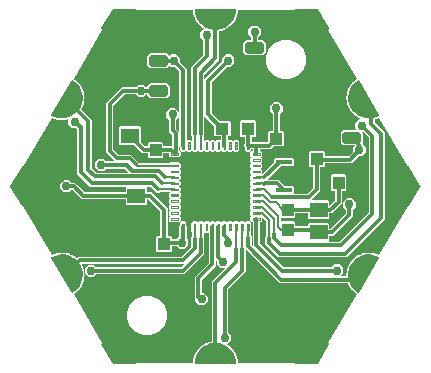
<source format=gbr>
G04 EAGLE Gerber RS-274X export*
G75*
%MOMM*%
%FSLAX34Y34*%
%LPD*%
%INBottom Copper*%
%IPPOS*%
%AMOC8*
5,1,8,0,0,1.08239X$1,22.5*%
G01*
%ADD10R,1.000000X1.100000*%
%ADD11R,1.500000X1.300000*%
%ADD12C,0.124994*%
%ADD13R,5.699988X5.699988*%
%ADD14R,1.399997X0.400000*%
%ADD15R,1.100000X1.000000*%
%ADD16C,0.499997*%
%ADD17C,1.000000*%
%ADD18C,0.203200*%
%ADD19C,0.304800*%
%ADD20C,0.756400*%

G36*
X228814Y285445D02*
X228814Y285445D01*
X229182Y285810D01*
X230070Y286698D01*
X230074Y286698D01*
X230078Y286702D01*
X230082Y286702D01*
X230085Y286704D01*
X231340Y286698D01*
X231341Y286698D01*
X317083Y286698D01*
X317087Y286702D01*
X317092Y286702D01*
X325644Y295254D01*
X325644Y295258D01*
X325647Y295261D01*
X325646Y295261D01*
X325648Y295263D01*
X325648Y303061D01*
X326152Y303565D01*
X326152Y303569D01*
X326153Y303569D01*
X326152Y303569D01*
X326152Y303571D01*
X326156Y303573D01*
X326156Y307703D01*
X326152Y307708D01*
X326152Y307712D01*
X325927Y307936D01*
X325927Y315467D01*
X327187Y316727D01*
X330217Y316727D01*
X331194Y315751D01*
X331209Y315750D01*
X331209Y315751D01*
X331210Y315751D01*
X332187Y316727D01*
X335217Y316727D01*
X336194Y315751D01*
X336209Y315750D01*
X336209Y315751D01*
X336210Y315751D01*
X337187Y316727D01*
X340217Y316727D01*
X341194Y315751D01*
X341209Y315750D01*
X341209Y315751D01*
X341210Y315751D01*
X342187Y316727D01*
X345217Y316727D01*
X346194Y315751D01*
X346209Y315750D01*
X346209Y315751D01*
X346210Y315751D01*
X347187Y316727D01*
X350217Y316727D01*
X351194Y315751D01*
X351209Y315750D01*
X351209Y315751D01*
X351210Y315751D01*
X352187Y316727D01*
X355217Y316727D01*
X356194Y315751D01*
X356209Y315750D01*
X356209Y315751D01*
X356210Y315751D01*
X357187Y316727D01*
X360217Y316727D01*
X361194Y315751D01*
X361209Y315750D01*
X361209Y315751D01*
X361210Y315751D01*
X362187Y316727D01*
X365217Y316727D01*
X366194Y315751D01*
X366209Y315750D01*
X366209Y315751D01*
X366210Y315751D01*
X367187Y316727D01*
X370217Y316727D01*
X371194Y315751D01*
X371209Y315750D01*
X371209Y315751D01*
X371210Y315751D01*
X372187Y316727D01*
X375217Y316727D01*
X376477Y315467D01*
X376477Y307936D01*
X376246Y307706D01*
X376246Y307700D01*
X376243Y307698D01*
X376243Y304361D01*
X376246Y304357D01*
X376246Y304353D01*
X376784Y303815D01*
X376784Y296510D01*
X376788Y296506D01*
X376788Y296501D01*
X377633Y295656D01*
X377637Y295656D01*
X377640Y295653D01*
X377643Y295656D01*
X377649Y295655D01*
X377649Y295661D01*
X377653Y295665D01*
X377653Y315915D01*
X377643Y315927D01*
X377642Y315927D01*
X377641Y315927D01*
X376937Y315927D01*
X375677Y317187D01*
X375677Y320217D01*
X376653Y321194D01*
X376654Y321198D01*
X376657Y321201D01*
X376654Y321204D01*
X376654Y321209D01*
X376653Y321209D01*
X376653Y321210D01*
X375677Y322187D01*
X375677Y325217D01*
X376653Y326194D01*
X376654Y326202D01*
X376655Y326203D01*
X376654Y326203D01*
X376654Y326209D01*
X376653Y326209D01*
X376653Y326210D01*
X375677Y327187D01*
X375677Y330217D01*
X376653Y331194D01*
X376654Y331209D01*
X376653Y331209D01*
X376653Y331210D01*
X375677Y332187D01*
X375677Y335217D01*
X376653Y336194D01*
X376654Y336209D01*
X376653Y336209D01*
X376653Y336210D01*
X375677Y337187D01*
X375677Y340217D01*
X376653Y341194D01*
X376654Y341209D01*
X376653Y341209D01*
X376653Y341210D01*
X375677Y342187D01*
X375677Y345217D01*
X376653Y346194D01*
X376654Y346197D01*
X376654Y346198D01*
X376654Y346209D01*
X376653Y346209D01*
X376653Y346210D01*
X375677Y347187D01*
X375677Y350217D01*
X376653Y351194D01*
X376654Y351198D01*
X376656Y351200D01*
X376654Y351202D01*
X376654Y351209D01*
X376653Y351209D01*
X376653Y351210D01*
X375677Y352187D01*
X375677Y355217D01*
X376653Y356194D01*
X376654Y356200D01*
X376656Y356201D01*
X376654Y356204D01*
X376654Y356209D01*
X376653Y356209D01*
X376653Y356210D01*
X375677Y357187D01*
X375677Y360217D01*
X376653Y361194D01*
X376654Y361209D01*
X376653Y361209D01*
X376653Y361210D01*
X375677Y362187D01*
X375677Y365217D01*
X376653Y366194D01*
X376654Y366209D01*
X376653Y366209D01*
X376653Y366210D01*
X375677Y367187D01*
X375677Y370217D01*
X376653Y371194D01*
X376654Y371209D01*
X376653Y371209D01*
X376653Y371210D01*
X375677Y372187D01*
X375677Y375217D01*
X376937Y376477D01*
X377641Y376477D01*
X377653Y376487D01*
X377653Y376488D01*
X377653Y376489D01*
X377653Y377641D01*
X377643Y377653D01*
X377642Y377653D01*
X377641Y377653D01*
X376489Y377653D01*
X376477Y377643D01*
X376477Y377642D01*
X376477Y377641D01*
X376477Y376937D01*
X375217Y375677D01*
X372187Y375677D01*
X370927Y376937D01*
X370927Y379160D01*
X370924Y379165D01*
X370924Y379169D01*
X370653Y379439D01*
X370653Y381965D01*
X370831Y382142D01*
X370831Y382148D01*
X370834Y382151D01*
X370834Y388087D01*
X370824Y388099D01*
X370823Y388098D01*
X370822Y388099D01*
X368251Y388099D01*
X367358Y388992D01*
X367358Y401255D01*
X368251Y402149D01*
X379514Y402149D01*
X380408Y401255D01*
X380408Y388992D01*
X379515Y388099D01*
X376944Y388099D01*
X376932Y388089D01*
X376932Y388088D01*
X376932Y388087D01*
X376932Y383763D01*
X376942Y383751D01*
X376943Y383752D01*
X376944Y383751D01*
X390619Y383751D01*
X390624Y383755D01*
X390628Y383754D01*
X390630Y383757D01*
X390631Y383761D01*
X390631Y383762D01*
X390634Y383765D01*
X390634Y392105D01*
X391527Y392998D01*
X394747Y392998D01*
X394758Y393009D01*
X394758Y393010D01*
X394758Y407837D01*
X394755Y407841D01*
X394755Y407845D01*
X392500Y410100D01*
X392500Y414496D01*
X395609Y417605D01*
X400005Y417605D01*
X403114Y414496D01*
X403114Y410100D01*
X400859Y407845D01*
X400859Y407840D01*
X400856Y407837D01*
X400856Y393010D01*
X400866Y392999D01*
X400867Y392999D01*
X400868Y392998D01*
X403790Y392998D01*
X404683Y392105D01*
X404683Y380842D01*
X403790Y379949D01*
X395450Y379949D01*
X395446Y379945D01*
X395442Y379945D01*
X393150Y377653D01*
X383763Y377653D01*
X383751Y377643D01*
X383752Y377642D01*
X383751Y377641D01*
X383751Y376489D01*
X383761Y376477D01*
X383762Y376477D01*
X383763Y376477D01*
X384468Y376477D01*
X385727Y375217D01*
X385727Y372187D01*
X384751Y371210D01*
X384750Y371195D01*
X384751Y371195D01*
X384751Y371194D01*
X385727Y370217D01*
X385727Y367187D01*
X384751Y366210D01*
X384750Y366195D01*
X384751Y366195D01*
X384751Y366194D01*
X385727Y365217D01*
X385727Y362187D01*
X384751Y361210D01*
X384750Y361207D01*
X384750Y361206D01*
X384750Y361195D01*
X384751Y361195D01*
X384751Y361194D01*
X385727Y360217D01*
X385727Y357187D01*
X384803Y356263D01*
X384803Y356259D01*
X384800Y356256D01*
X384803Y356253D01*
X384802Y356247D01*
X384808Y356247D01*
X384812Y356243D01*
X385924Y356243D01*
X385928Y356246D01*
X385933Y356246D01*
X395807Y366121D01*
X395807Y366126D01*
X395811Y366129D01*
X395811Y369452D01*
X396704Y370345D01*
X411967Y370345D01*
X412860Y369452D01*
X412860Y364189D01*
X411967Y363295D01*
X401610Y363295D01*
X401606Y363292D01*
X401601Y363292D01*
X390081Y351771D01*
X390080Y351767D01*
X390077Y351764D01*
X390080Y351761D01*
X390080Y351755D01*
X390085Y351755D01*
X390089Y351751D01*
X399716Y351751D01*
X401506Y349961D01*
X405119Y346348D01*
X405124Y346348D01*
X405127Y346345D01*
X411967Y346345D01*
X412860Y345452D01*
X412860Y340189D01*
X412674Y340003D01*
X412674Y339998D01*
X412670Y339996D01*
X412673Y339993D01*
X412673Y339987D01*
X412679Y339987D01*
X412682Y339982D01*
X423814Y339982D01*
X423818Y339986D01*
X423822Y339986D01*
X429038Y345201D01*
X429038Y345205D01*
X429040Y345207D01*
X429039Y345208D01*
X429041Y345210D01*
X429041Y362484D01*
X429031Y362496D01*
X429030Y362495D01*
X429029Y362496D01*
X426458Y362496D01*
X425565Y363389D01*
X425565Y375652D01*
X426459Y376545D01*
X437722Y376545D01*
X438615Y375652D01*
X438615Y371815D01*
X438625Y371803D01*
X438626Y371804D01*
X438627Y371803D01*
X458891Y371803D01*
X458896Y371807D01*
X458900Y371807D01*
X462708Y375615D01*
X462708Y375620D01*
X462711Y375623D01*
X462711Y379266D01*
X464119Y380674D01*
X464120Y380690D01*
X464119Y380690D01*
X464119Y380691D01*
X463989Y380822D01*
X463983Y380822D01*
X463980Y380825D01*
X454605Y380825D01*
X452247Y383183D01*
X452247Y391517D01*
X454605Y393875D01*
X466358Y393875D01*
X466362Y393877D01*
X466366Y393877D01*
X466366Y393881D01*
X466370Y393885D01*
X466367Y393889D01*
X466367Y393895D01*
X464804Y395458D01*
X464804Y399854D01*
X467913Y402963D01*
X470600Y402963D01*
X470604Y402967D01*
X470610Y402969D01*
X470609Y402971D01*
X470612Y402973D01*
X470607Y402979D01*
X470604Y402986D01*
X470439Y403053D01*
X470438Y403052D01*
X470438Y403053D01*
X469784Y403199D01*
X469684Y403356D01*
X469680Y403358D01*
X469678Y403361D01*
X468289Y403924D01*
X468284Y403923D01*
X468281Y403925D01*
X468100Y403882D01*
X467530Y404232D01*
X467528Y404232D01*
X467528Y404233D01*
X466907Y404485D01*
X466834Y404656D01*
X466830Y404658D01*
X466830Y404662D01*
X465551Y405446D01*
X465547Y405445D01*
X465544Y405448D01*
X465359Y405435D01*
X464853Y405875D01*
X464852Y405875D01*
X464852Y405876D01*
X464281Y406226D01*
X464237Y406407D01*
X464234Y406410D01*
X464234Y406413D01*
X463102Y407398D01*
X463097Y407398D01*
X463095Y407400D01*
X462910Y407418D01*
X462484Y407935D01*
X462482Y407935D01*
X462482Y407937D01*
X461977Y408376D01*
X461964Y408562D01*
X461961Y408565D01*
X461961Y408569D01*
X461007Y409726D01*
X461003Y409726D01*
X461001Y409730D01*
X460821Y409778D01*
X460486Y410358D01*
X460484Y410358D01*
X460485Y410359D01*
X460058Y410876D01*
X460076Y411061D01*
X460074Y411065D01*
X460075Y411068D01*
X459324Y412367D01*
X459320Y412368D01*
X459319Y412371D01*
X459149Y412448D01*
X458914Y413076D01*
X458913Y413076D01*
X458913Y413078D01*
X458578Y413657D01*
X458626Y413837D01*
X458624Y413841D01*
X458625Y413845D01*
X458099Y415249D01*
X458095Y415251D01*
X458094Y415254D01*
X457940Y415358D01*
X457811Y416016D01*
X457810Y416017D01*
X457810Y416018D01*
X457575Y416645D01*
X457652Y416814D01*
X457651Y416819D01*
X457652Y416820D01*
X457652Y416821D01*
X457653Y416822D01*
X457364Y418293D01*
X457361Y418296D01*
X457361Y418299D01*
X457225Y418427D01*
X457207Y419097D01*
X457206Y419098D01*
X457206Y419099D01*
X457077Y419756D01*
X457181Y419911D01*
X457181Y419915D01*
X457183Y419918D01*
X457141Y421417D01*
X457138Y421420D01*
X457139Y421424D01*
X457026Y421572D01*
X457118Y422236D01*
X457117Y422237D01*
X457118Y422238D01*
X457099Y422907D01*
X457227Y423043D01*
X457227Y423047D01*
X457230Y423049D01*
X457435Y424535D01*
X457433Y424539D01*
X457434Y424542D01*
X457347Y424707D01*
X457547Y425346D01*
X457546Y425348D01*
X457547Y425348D01*
X457639Y426012D01*
X457787Y426124D01*
X457788Y426129D01*
X457792Y426130D01*
X458238Y427562D01*
X458238Y427563D01*
X458239Y427564D01*
X458236Y427566D01*
X458238Y427569D01*
X458180Y427746D01*
X458482Y428344D01*
X458482Y428345D01*
X458483Y428346D01*
X458682Y428985D01*
X458847Y429072D01*
X458849Y429076D01*
X458852Y429077D01*
X459529Y430415D01*
X459528Y430417D01*
X459529Y430417D01*
X459528Y430418D01*
X459527Y430420D01*
X459530Y430423D01*
X459502Y430607D01*
X459898Y431147D01*
X459898Y431148D01*
X459899Y431148D01*
X460201Y431746D01*
X460378Y431804D01*
X460380Y431808D01*
X460384Y431809D01*
X461271Y433018D01*
X461271Y433022D01*
X461273Y433025D01*
X461276Y433211D01*
X461756Y433678D01*
X461756Y433680D01*
X461757Y433680D01*
X462153Y434220D01*
X462338Y434248D01*
X462340Y434251D01*
X462344Y434251D01*
X463418Y435298D01*
X463419Y435302D01*
X463422Y435304D01*
X463455Y435487D01*
X464005Y435869D01*
X464005Y435871D01*
X464007Y435871D01*
X464486Y436338D01*
X464673Y436336D01*
X464676Y436339D01*
X464679Y436338D01*
X465834Y437139D01*
X465835Y437144D01*
X465839Y437146D01*
X465862Y437235D01*
X465936Y437277D01*
X465941Y437292D01*
X465940Y437293D01*
X465940Y437294D01*
X441888Y478954D01*
X442516Y479251D01*
X442538Y479268D01*
X442565Y479278D01*
X442617Y479327D01*
X442675Y479370D01*
X442689Y479395D01*
X442710Y479414D01*
X442739Y479480D01*
X442775Y479542D01*
X442778Y479570D01*
X442790Y479596D01*
X442791Y479668D01*
X442800Y479739D01*
X442792Y479766D01*
X442793Y479795D01*
X442757Y479890D01*
X442746Y479930D01*
X442739Y479939D01*
X442735Y479951D01*
X433235Y496451D01*
X433183Y496510D01*
X433137Y496572D01*
X433118Y496583D01*
X433103Y496600D01*
X433033Y496634D01*
X432966Y496674D01*
X432942Y496678D01*
X432924Y496686D01*
X432879Y496688D01*
X432802Y496701D01*
X413802Y496701D01*
X413774Y496696D01*
X413746Y496698D01*
X413678Y496676D01*
X413607Y496662D01*
X413584Y496646D01*
X413557Y496637D01*
X413502Y496590D01*
X413443Y496549D01*
X413428Y496525D01*
X413407Y496507D01*
X413375Y496442D01*
X413336Y496382D01*
X413331Y496354D01*
X413319Y496328D01*
X413310Y496227D01*
X413303Y496185D01*
X413305Y496175D01*
X413304Y496162D01*
X413361Y495447D01*
X365239Y495447D01*
X365227Y495437D01*
X365228Y495436D01*
X365227Y495435D01*
X365227Y495363D01*
X365162Y495298D01*
X365161Y495293D01*
X365158Y495291D01*
X365042Y493887D01*
X365045Y493883D01*
X365043Y493880D01*
X365139Y493720D01*
X364974Y493070D01*
X364975Y493069D01*
X364974Y493068D01*
X364919Y492401D01*
X364777Y492281D01*
X364776Y492276D01*
X364773Y492274D01*
X364404Y490818D01*
X364406Y490813D01*
X364404Y490810D01*
X364472Y490637D01*
X364203Y490023D01*
X364203Y490022D01*
X364202Y490021D01*
X364038Y489372D01*
X363878Y489277D01*
X363876Y489272D01*
X363873Y489271D01*
X363269Y487895D01*
X363271Y487891D01*
X363269Y487888D01*
X363307Y487706D01*
X362940Y487145D01*
X362941Y487143D01*
X362939Y487143D01*
X362670Y486530D01*
X362497Y486462D01*
X362495Y486458D01*
X362491Y486457D01*
X361669Y485199D01*
X361670Y485195D01*
X361667Y485192D01*
X361675Y485006D01*
X361221Y484513D01*
X361221Y484512D01*
X361220Y484512D01*
X360854Y483951D01*
X360671Y483913D01*
X360669Y483909D01*
X360665Y483909D01*
X359647Y482803D01*
X359647Y482799D01*
X359644Y482797D01*
X359621Y482612D01*
X359093Y482201D01*
X359092Y482199D01*
X359091Y482199D01*
X358637Y481706D01*
X358530Y481702D01*
X358451Y481699D01*
X358448Y481696D01*
X358444Y481696D01*
X357259Y480773D01*
X357258Y480769D01*
X357254Y480767D01*
X357201Y480589D01*
X356612Y480270D01*
X356612Y480268D01*
X356611Y480269D01*
X356082Y479857D01*
X355897Y479880D01*
X355893Y479878D01*
X355890Y479879D01*
X354568Y479164D01*
X354567Y479159D01*
X354563Y479158D01*
X354481Y478991D01*
X353848Y478774D01*
X353847Y478772D01*
X353846Y478773D01*
X353257Y478454D01*
X353078Y478507D01*
X353074Y478505D01*
X353071Y478507D01*
X351650Y478019D01*
X351647Y478015D01*
X351644Y478015D01*
X351536Y477863D01*
X350875Y477753D01*
X350874Y477752D01*
X350873Y477752D01*
X350239Y477535D01*
X350072Y477617D01*
X350068Y477615D01*
X350065Y477618D01*
X349296Y477489D01*
X349288Y477479D01*
X349286Y477478D01*
X349286Y453351D01*
X336780Y440845D01*
X336780Y440842D01*
X336780Y440841D01*
X336780Y440840D01*
X336777Y440837D01*
X336777Y389219D01*
X336272Y388714D01*
X336272Y388711D01*
X336272Y388710D01*
X336272Y388709D01*
X336269Y388706D01*
X336269Y384838D01*
X336272Y384835D01*
X336271Y384830D01*
X336275Y384830D01*
X336279Y384826D01*
X336283Y384829D01*
X336284Y384829D01*
X336285Y384830D01*
X336289Y384829D01*
X337187Y385727D01*
X340217Y385727D01*
X341194Y384751D01*
X341209Y384750D01*
X341209Y384751D01*
X341210Y384751D01*
X342187Y385727D01*
X345217Y385727D01*
X346194Y384751D01*
X346209Y384750D01*
X346209Y384751D01*
X346210Y384751D01*
X347187Y385727D01*
X350217Y385727D01*
X350633Y385311D01*
X350637Y385311D01*
X350640Y385308D01*
X350643Y385311D01*
X350649Y385310D01*
X350649Y385316D01*
X350653Y385320D01*
X350653Y388435D01*
X350643Y388447D01*
X350642Y388446D01*
X350641Y388447D01*
X345968Y388447D01*
X345075Y389340D01*
X345075Y397680D01*
X345071Y397684D01*
X345072Y397688D01*
X336874Y405885D01*
X336874Y436858D01*
X351689Y451673D01*
X351690Y451676D01*
X351691Y451678D01*
X351690Y451678D01*
X351693Y451681D01*
X351693Y454869D01*
X354801Y457978D01*
X359198Y457978D01*
X362306Y454869D01*
X362306Y450473D01*
X359198Y447364D01*
X356009Y447364D01*
X356005Y447361D01*
X356001Y447361D01*
X342975Y434335D01*
X342975Y434330D01*
X342972Y434327D01*
X342972Y408416D01*
X342976Y408412D01*
X342975Y408408D01*
X349883Y401500D01*
X349889Y401499D01*
X349892Y401496D01*
X358231Y401496D01*
X359125Y400603D01*
X359125Y389340D01*
X358231Y388447D01*
X356763Y388447D01*
X356751Y388436D01*
X356751Y388435D01*
X356751Y385320D01*
X356754Y385317D01*
X356753Y385312D01*
X356757Y385312D01*
X356761Y385308D01*
X356765Y385312D01*
X356771Y385311D01*
X357187Y385727D01*
X360217Y385727D01*
X361194Y384751D01*
X361209Y384750D01*
X361209Y384751D01*
X361210Y384751D01*
X362187Y385727D01*
X365217Y385727D01*
X366477Y384468D01*
X366477Y376937D01*
X365217Y375677D01*
X362187Y375677D01*
X361210Y376653D01*
X361195Y376654D01*
X361195Y376653D01*
X361194Y376653D01*
X360217Y375677D01*
X357187Y375677D01*
X356210Y376653D01*
X356195Y376654D01*
X356195Y376653D01*
X356194Y376653D01*
X355217Y375677D01*
X352187Y375677D01*
X351210Y376653D01*
X351195Y376654D01*
X351195Y376653D01*
X351194Y376653D01*
X350217Y375677D01*
X347187Y375677D01*
X346210Y376653D01*
X346195Y376654D01*
X346195Y376653D01*
X346194Y376653D01*
X345217Y375677D01*
X342187Y375677D01*
X341210Y376653D01*
X341195Y376654D01*
X341195Y376653D01*
X341194Y376653D01*
X340217Y375677D01*
X337187Y375677D01*
X336210Y376653D01*
X336195Y376654D01*
X336195Y376653D01*
X336194Y376653D01*
X335217Y375677D01*
X332187Y375677D01*
X331210Y376653D01*
X331195Y376654D01*
X331195Y376653D01*
X331194Y376653D01*
X330217Y375677D01*
X327187Y375677D01*
X326210Y376653D01*
X326195Y376654D01*
X326195Y376653D01*
X326194Y376653D01*
X325217Y375677D01*
X322187Y375677D01*
X321210Y376653D01*
X321195Y376654D01*
X321195Y376653D01*
X321194Y376653D01*
X320217Y375677D01*
X317187Y375677D01*
X315927Y376937D01*
X315927Y379160D01*
X315924Y379165D01*
X315924Y379169D01*
X315728Y379365D01*
X315724Y379365D01*
X315721Y379368D01*
X315718Y379365D01*
X315712Y379366D01*
X315712Y379360D01*
X315707Y379356D01*
X315707Y376242D01*
X315711Y376237D01*
X315711Y376233D01*
X316727Y375217D01*
X316727Y372187D01*
X315467Y370927D01*
X313244Y370927D01*
X313239Y370924D01*
X313235Y370924D01*
X312965Y370653D01*
X310439Y370653D01*
X310169Y370924D01*
X310163Y370924D01*
X310160Y370927D01*
X307936Y370927D01*
X306677Y372187D01*
X306677Y374054D01*
X306667Y374066D01*
X306666Y374066D01*
X306665Y374066D01*
X302012Y374066D01*
X302000Y374056D01*
X302001Y374055D01*
X302000Y374054D01*
X302000Y370984D01*
X301107Y370090D01*
X289844Y370090D01*
X288951Y370984D01*
X288951Y374054D01*
X288940Y374066D01*
X288939Y374066D01*
X284384Y374066D01*
X277590Y380860D01*
X277584Y380861D01*
X277581Y380864D01*
X265741Y380864D01*
X264848Y381757D01*
X264848Y396020D01*
X265741Y396913D01*
X282005Y396913D01*
X282898Y396020D01*
X282898Y384180D01*
X282902Y384176D01*
X282901Y384172D01*
X286906Y380167D01*
X286911Y380167D01*
X286914Y380164D01*
X288939Y380164D01*
X288951Y380174D01*
X288950Y380175D01*
X288951Y380176D01*
X288951Y383247D01*
X289844Y384140D01*
X301107Y384140D01*
X302000Y383247D01*
X302000Y380176D01*
X302011Y380164D01*
X302012Y380165D01*
X302012Y380164D01*
X309552Y380164D01*
X309590Y380126D01*
X309594Y380126D01*
X309597Y380122D01*
X309600Y380125D01*
X309605Y380125D01*
X309606Y380130D01*
X309610Y380134D01*
X309610Y389907D01*
X309606Y389912D01*
X309607Y389916D01*
X306991Y392531D01*
X306991Y402726D01*
X306988Y402731D01*
X306988Y402735D01*
X304733Y404989D01*
X304733Y409386D01*
X307842Y412494D01*
X312238Y412494D01*
X315347Y409386D01*
X315347Y404989D01*
X313092Y402735D01*
X313092Y402729D01*
X313089Y402726D01*
X313089Y395062D01*
X313093Y395057D01*
X313092Y395053D01*
X315633Y392513D01*
X315637Y392512D01*
X315640Y392509D01*
X315643Y392512D01*
X315649Y392512D01*
X315649Y392517D01*
X315653Y392521D01*
X315653Y443402D01*
X315650Y443406D01*
X315650Y443410D01*
X311755Y447305D01*
X311749Y447305D01*
X311747Y447309D01*
X308558Y447309D01*
X307445Y448422D01*
X307429Y448423D01*
X307429Y448422D01*
X307428Y448422D01*
X305109Y446103D01*
X290775Y446103D01*
X288417Y448461D01*
X288417Y456795D01*
X290775Y459153D01*
X305109Y459153D01*
X307441Y456821D01*
X307456Y456820D01*
X307456Y456821D01*
X307457Y456821D01*
X308558Y457922D01*
X312954Y457922D01*
X316063Y454813D01*
X316063Y451625D01*
X316067Y451621D01*
X316067Y451617D01*
X321751Y445932D01*
X321751Y385320D01*
X321754Y385317D01*
X321753Y385312D01*
X321757Y385312D01*
X321761Y385308D01*
X321765Y385312D01*
X321771Y385311D01*
X322187Y385727D01*
X325217Y385727D01*
X326194Y384751D01*
X326209Y384750D01*
X326209Y384751D01*
X326210Y384751D01*
X326236Y384776D01*
X326236Y384782D01*
X326239Y384785D01*
X326239Y388538D01*
X326236Y388543D01*
X326236Y388547D01*
X325653Y389129D01*
X325653Y447564D01*
X335718Y457629D01*
X335718Y457633D01*
X335720Y457634D01*
X335719Y457635D01*
X335721Y457637D01*
X335721Y469826D01*
X335717Y469830D01*
X335718Y469834D01*
X333463Y472088D01*
X333463Y476485D01*
X336572Y479593D01*
X336995Y479593D01*
X336999Y479597D01*
X337004Y479598D01*
X337004Y479601D01*
X337006Y479604D01*
X337002Y479609D01*
X337000Y479616D01*
X336514Y479879D01*
X336510Y479878D01*
X336507Y479880D01*
X336322Y479857D01*
X335793Y480269D01*
X335792Y480269D01*
X335792Y480270D01*
X335203Y480589D01*
X335150Y480767D01*
X335146Y480770D01*
X335145Y480773D01*
X333960Y481696D01*
X333955Y481696D01*
X333953Y481699D01*
X333874Y481702D01*
X333767Y481706D01*
X333313Y482199D01*
X333311Y482199D01*
X333311Y482201D01*
X332783Y482612D01*
X332760Y482797D01*
X332756Y482800D01*
X332757Y482803D01*
X331739Y483909D01*
X331734Y483910D01*
X331733Y483913D01*
X331550Y483951D01*
X331184Y484512D01*
X331183Y484512D01*
X331183Y484513D01*
X330729Y485006D01*
X330737Y485192D01*
X330734Y485196D01*
X330735Y485199D01*
X329913Y486457D01*
X329908Y486458D01*
X329907Y486462D01*
X329734Y486530D01*
X329465Y487143D01*
X329463Y487144D01*
X329464Y487145D01*
X329097Y487706D01*
X329135Y487888D01*
X329133Y487892D01*
X329135Y487895D01*
X328531Y489271D01*
X328527Y489273D01*
X328526Y489277D01*
X328366Y489372D01*
X328202Y490021D01*
X328201Y490022D01*
X328201Y490023D01*
X327932Y490637D01*
X328000Y490810D01*
X327998Y490815D01*
X328000Y490818D01*
X327631Y492274D01*
X327627Y492277D01*
X327627Y492281D01*
X327485Y492401D01*
X327430Y493068D01*
X327429Y493069D01*
X327430Y493070D01*
X327265Y493720D01*
X327361Y493880D01*
X327360Y493884D01*
X327362Y493887D01*
X327246Y495291D01*
X327242Y495294D01*
X327242Y495298D01*
X327177Y495363D01*
X327177Y495435D01*
X327167Y495447D01*
X327166Y495446D01*
X327165Y495447D01*
X279043Y495447D01*
X279100Y496162D01*
X279096Y496191D01*
X279101Y496219D01*
X279084Y496288D01*
X279076Y496360D01*
X279062Y496384D01*
X279055Y496412D01*
X279012Y496470D01*
X278977Y496532D01*
X278954Y496549D01*
X278937Y496572D01*
X278875Y496609D01*
X278818Y496652D01*
X278790Y496659D01*
X278766Y496674D01*
X278666Y496690D01*
X278625Y496701D01*
X278615Y496699D01*
X278602Y496701D01*
X259602Y496701D01*
X259526Y496686D01*
X259448Y496677D01*
X259429Y496666D01*
X259407Y496662D01*
X259343Y496618D01*
X259275Y496579D01*
X259259Y496560D01*
X259243Y496549D01*
X259219Y496511D01*
X259169Y496451D01*
X249669Y479951D01*
X249660Y479924D01*
X249644Y479900D01*
X249629Y479830D01*
X249606Y479762D01*
X249609Y479734D01*
X249603Y479706D01*
X249617Y479636D01*
X249622Y479564D01*
X249635Y479539D01*
X249641Y479511D01*
X249681Y479451D01*
X249714Y479388D01*
X249736Y479370D01*
X249752Y479346D01*
X249835Y479288D01*
X249867Y479261D01*
X249878Y479258D01*
X249889Y479251D01*
X250516Y478954D01*
X226464Y437294D01*
X226467Y437278D01*
X226468Y437278D01*
X226468Y437277D01*
X226542Y437235D01*
X226565Y437146D01*
X226570Y437143D01*
X226570Y437139D01*
X227725Y436338D01*
X227729Y436338D01*
X227731Y436336D01*
X227918Y436338D01*
X228397Y435871D01*
X228399Y435871D01*
X228399Y435869D01*
X228949Y435487D01*
X228982Y435304D01*
X228986Y435301D01*
X228986Y435298D01*
X230060Y434251D01*
X230065Y434251D01*
X230066Y434248D01*
X230251Y434220D01*
X230647Y433680D01*
X230648Y433679D01*
X230648Y433678D01*
X231128Y433211D01*
X231131Y433025D01*
X231134Y433021D01*
X231133Y433018D01*
X232020Y431809D01*
X232025Y431808D01*
X232026Y431804D01*
X232203Y431746D01*
X232505Y431148D01*
X232506Y431148D01*
X232506Y431147D01*
X232902Y430607D01*
X232874Y430423D01*
X232876Y430420D01*
X232875Y430420D01*
X232877Y430419D01*
X232875Y430415D01*
X233552Y429077D01*
X233556Y429075D01*
X233557Y429072D01*
X233722Y428985D01*
X233921Y428346D01*
X233922Y428345D01*
X233922Y428344D01*
X234224Y427746D01*
X234166Y427569D01*
X234166Y427568D01*
X234165Y427567D01*
X234167Y427565D01*
X234166Y427562D01*
X234612Y426130D01*
X234616Y426128D01*
X234617Y426124D01*
X234765Y426012D01*
X234857Y425348D01*
X234858Y425347D01*
X234857Y425346D01*
X235057Y424707D01*
X234970Y424542D01*
X234971Y424538D01*
X234969Y424535D01*
X235174Y423049D01*
X235177Y423046D01*
X235177Y423043D01*
X235305Y422907D01*
X235286Y422238D01*
X235287Y422237D01*
X235286Y422236D01*
X235378Y421572D01*
X235265Y421424D01*
X235266Y421421D01*
X235264Y421419D01*
X235264Y421418D01*
X235263Y421417D01*
X235221Y419918D01*
X235224Y419914D01*
X235223Y419911D01*
X235327Y419756D01*
X235198Y419099D01*
X235198Y419098D01*
X235197Y419097D01*
X235179Y418427D01*
X235043Y418299D01*
X235043Y418295D01*
X235040Y418293D01*
X234751Y416822D01*
X234754Y416818D01*
X234752Y416814D01*
X234829Y416645D01*
X234594Y416018D01*
X234594Y416016D01*
X234593Y416016D01*
X234464Y415358D01*
X234310Y415254D01*
X234309Y415250D01*
X234305Y415249D01*
X233779Y413845D01*
X233780Y413840D01*
X233780Y413839D01*
X233779Y413839D01*
X233779Y413838D01*
X233778Y413837D01*
X233826Y413657D01*
X233491Y413078D01*
X233491Y413076D01*
X233490Y413076D01*
X233255Y412448D01*
X233085Y412371D01*
X233083Y412367D01*
X233080Y412367D01*
X232670Y411658D01*
X232671Y411656D01*
X232669Y411654D01*
X232671Y411651D01*
X232672Y411647D01*
X232672Y411644D01*
X241552Y402763D01*
X241552Y361369D01*
X241556Y361364D01*
X241556Y361360D01*
X245176Y357740D01*
X245181Y357740D01*
X245184Y357737D01*
X273070Y357737D01*
X273073Y357740D01*
X273077Y357739D01*
X273078Y357744D01*
X273082Y357747D01*
X273078Y357752D01*
X273079Y357757D01*
X269662Y361174D01*
X269656Y361174D01*
X269654Y361177D01*
X254026Y361177D01*
X254022Y361173D01*
X254018Y361174D01*
X251743Y358899D01*
X247347Y358899D01*
X244238Y362007D01*
X244238Y366404D01*
X247347Y369512D01*
X251743Y369512D01*
X253977Y367278D01*
X253983Y367278D01*
X253986Y367275D01*
X261333Y367275D01*
X261336Y367277D01*
X261340Y367277D01*
X261340Y367281D01*
X261345Y367285D01*
X261341Y367289D01*
X261341Y367295D01*
X255370Y373267D01*
X253580Y375056D01*
X253580Y416835D01*
X266905Y430160D01*
X278708Y430160D01*
X278713Y430164D01*
X278717Y430163D01*
X280971Y432418D01*
X285368Y432418D01*
X287622Y430163D01*
X287628Y430163D01*
X287630Y430160D01*
X288405Y430160D01*
X288417Y430170D01*
X288417Y430171D01*
X288417Y430172D01*
X288417Y431395D01*
X290775Y433753D01*
X305109Y433753D01*
X307467Y431395D01*
X307467Y423061D01*
X305109Y420703D01*
X290775Y420703D01*
X288417Y423061D01*
X288417Y424050D01*
X288407Y424062D01*
X288406Y424062D01*
X288405Y424062D01*
X287630Y424062D01*
X287626Y424059D01*
X287622Y424059D01*
X285368Y421804D01*
X280971Y421804D01*
X278717Y424059D01*
X278711Y424059D01*
X278708Y424062D01*
X269436Y424062D01*
X269432Y424059D01*
X269427Y424059D01*
X259681Y414313D01*
X259681Y414307D01*
X259678Y414304D01*
X259678Y377587D01*
X259681Y377582D01*
X259681Y377578D01*
X264121Y373138D01*
X264127Y373138D01*
X264130Y373134D01*
X274968Y373134D01*
X281856Y366246D01*
X281862Y366246D01*
X281865Y366243D01*
X307698Y366243D01*
X307702Y366246D01*
X307706Y366246D01*
X307936Y366477D01*
X315467Y366477D01*
X316727Y365217D01*
X316727Y362187D01*
X315751Y361210D01*
X315750Y361207D01*
X315750Y361206D01*
X315750Y361195D01*
X315751Y361195D01*
X315751Y361194D01*
X316727Y360217D01*
X316727Y357187D01*
X315751Y356210D01*
X315750Y356206D01*
X315748Y356204D01*
X315750Y356202D01*
X315750Y356195D01*
X315751Y356195D01*
X315751Y356194D01*
X316727Y355217D01*
X316727Y352187D01*
X315751Y351210D01*
X315750Y351205D01*
X315748Y351203D01*
X315750Y351200D01*
X315750Y351195D01*
X315751Y351195D01*
X315751Y351194D01*
X316727Y350217D01*
X316727Y347187D01*
X315751Y346210D01*
X315750Y346201D01*
X315750Y346195D01*
X315751Y346195D01*
X315751Y346194D01*
X316727Y345217D01*
X316727Y342187D01*
X315751Y341210D01*
X315750Y341195D01*
X315751Y341195D01*
X315751Y341194D01*
X316727Y340217D01*
X316727Y337187D01*
X315751Y336210D01*
X315750Y336195D01*
X315751Y336195D01*
X315751Y336194D01*
X316727Y335217D01*
X316727Y332187D01*
X315751Y331210D01*
X315750Y331195D01*
X315751Y331195D01*
X315751Y331194D01*
X316727Y330217D01*
X316727Y327187D01*
X315751Y326210D01*
X315750Y326207D01*
X315749Y326206D01*
X315750Y326204D01*
X315750Y326195D01*
X315751Y326195D01*
X315751Y326194D01*
X316727Y325217D01*
X316727Y322187D01*
X315751Y321210D01*
X315750Y321206D01*
X315747Y321204D01*
X315750Y321201D01*
X315750Y321195D01*
X315751Y321195D01*
X315751Y321194D01*
X316727Y320217D01*
X316727Y317187D01*
X315467Y315927D01*
X307936Y315927D01*
X306677Y317187D01*
X306677Y320217D01*
X307653Y321194D01*
X307654Y321198D01*
X307657Y321201D01*
X307654Y321204D01*
X307654Y321209D01*
X307653Y321209D01*
X307653Y321210D01*
X306677Y322187D01*
X306677Y325217D01*
X307653Y326194D01*
X307654Y326202D01*
X307655Y326203D01*
X307654Y326203D01*
X307654Y326209D01*
X307653Y326209D01*
X307653Y326210D01*
X306677Y327187D01*
X306677Y330217D01*
X307653Y331194D01*
X307654Y331209D01*
X307653Y331209D01*
X307653Y331210D01*
X306677Y332187D01*
X306677Y335217D01*
X307653Y336194D01*
X307654Y336209D01*
X307653Y336209D01*
X307653Y336210D01*
X306677Y337187D01*
X306677Y340217D01*
X307601Y341141D01*
X307601Y341145D01*
X307604Y341148D01*
X307601Y341151D01*
X307602Y341157D01*
X307596Y341157D01*
X307592Y341161D01*
X299505Y341161D01*
X299501Y341158D01*
X299497Y341158D01*
X298992Y340653D01*
X296466Y340653D01*
X291473Y345647D01*
X291467Y345647D01*
X291465Y345650D01*
X288040Y345650D01*
X288037Y345647D01*
X288033Y345648D01*
X288032Y345643D01*
X288028Y345640D01*
X288032Y345635D01*
X288032Y345630D01*
X288237Y345424D01*
X288237Y341354D01*
X288247Y341342D01*
X288248Y341342D01*
X288249Y341342D01*
X291902Y341342D01*
X305792Y327451D01*
X305792Y303940D01*
X305803Y303928D01*
X305804Y303929D01*
X305804Y303928D01*
X308875Y303928D01*
X309768Y303035D01*
X309768Y301701D01*
X309779Y301689D01*
X309780Y301690D01*
X309780Y301689D01*
X313560Y301689D01*
X313564Y301693D01*
X313568Y301693D01*
X315650Y303774D01*
X315650Y303780D01*
X315653Y303783D01*
X315653Y312965D01*
X315924Y313235D01*
X315924Y313241D01*
X315927Y313244D01*
X315927Y315467D01*
X317187Y316727D01*
X320217Y316727D01*
X321477Y315467D01*
X321477Y313244D01*
X321480Y313240D01*
X321480Y313235D01*
X321751Y312965D01*
X321751Y302420D01*
X321754Y302416D01*
X321754Y302412D01*
X323327Y300839D01*
X323327Y296442D01*
X320219Y293334D01*
X315823Y293334D01*
X313568Y295588D01*
X313562Y295589D01*
X313560Y295592D01*
X309780Y295592D01*
X309769Y295581D01*
X309768Y295580D01*
X309768Y291772D01*
X308875Y290879D01*
X296612Y290879D01*
X295719Y291772D01*
X295719Y303035D01*
X296612Y303928D01*
X299683Y303928D01*
X299695Y303939D01*
X299694Y303940D01*
X299695Y303940D01*
X299695Y324920D01*
X299691Y324925D01*
X299692Y324929D01*
X289380Y335241D01*
X289374Y335241D01*
X289371Y335244D01*
X288249Y335244D01*
X288237Y335234D01*
X288238Y335233D01*
X288237Y335232D01*
X288237Y331161D01*
X287344Y330268D01*
X271080Y330268D01*
X270187Y331161D01*
X270187Y335232D01*
X270177Y335244D01*
X270176Y335243D01*
X270175Y335244D01*
X233082Y335244D01*
X231293Y337034D01*
X224991Y343335D01*
X224986Y343336D01*
X224983Y343339D01*
X224481Y343339D01*
X224477Y343335D01*
X224473Y343335D01*
X222218Y341081D01*
X217822Y341081D01*
X214713Y344189D01*
X214713Y348586D01*
X217822Y351694D01*
X222218Y351694D01*
X224473Y349440D01*
X224478Y349439D01*
X224481Y349436D01*
X227513Y349436D01*
X229303Y347647D01*
X235604Y341345D01*
X235610Y341345D01*
X235613Y341342D01*
X270175Y341342D01*
X270187Y341352D01*
X270187Y341353D01*
X270187Y341354D01*
X270187Y345424D01*
X270393Y345630D01*
X270393Y345634D01*
X270396Y345637D01*
X270393Y345640D01*
X270394Y345645D01*
X270388Y345646D01*
X270384Y345650D01*
X240037Y345650D01*
X228990Y356697D01*
X228990Y394772D01*
X228987Y394776D01*
X228987Y394780D01*
X228025Y395742D01*
X228019Y395742D01*
X228017Y395746D01*
X224897Y395746D01*
X221788Y398854D01*
X221788Y402963D01*
X221787Y402965D01*
X221788Y402966D01*
X221784Y402968D01*
X221778Y402975D01*
X221777Y402974D01*
X221776Y402974D01*
X221773Y402974D01*
X221772Y402974D01*
X221344Y402801D01*
X221172Y402873D01*
X221168Y402872D01*
X221165Y402874D01*
X219701Y402547D01*
X219699Y402543D01*
X219695Y402543D01*
X219571Y402405D01*
X218902Y402368D01*
X218901Y402367D01*
X218900Y402368D01*
X218246Y402222D01*
X218089Y402322D01*
X218084Y402321D01*
X218082Y402324D01*
X216585Y402242D01*
X216581Y402239D01*
X216578Y402239D01*
X216432Y402123D01*
X215767Y402197D01*
X215766Y402196D01*
X215765Y402197D01*
X215096Y402161D01*
X214957Y402285D01*
X214952Y402285D01*
X214950Y402288D01*
X213460Y402454D01*
X213456Y402451D01*
X213453Y402453D01*
X213290Y402362D01*
X212646Y402545D01*
X212645Y402544D01*
X212644Y402544D01*
X212644Y402545D01*
X211978Y402619D01*
X211862Y402765D01*
X211857Y402765D01*
X211856Y402769D01*
X210413Y403178D01*
X210412Y403177D01*
X210407Y403177D01*
X210406Y403177D01*
X210230Y403115D01*
X209625Y403401D01*
X209623Y403400D01*
X209623Y403401D01*
X208978Y403584D01*
X208888Y403747D01*
X208883Y403748D01*
X208882Y403752D01*
X207612Y404352D01*
X207607Y404351D01*
X207603Y404353D01*
X207514Y404329D01*
X207463Y404359D01*
X207461Y404358D01*
X207460Y404359D01*
X207456Y404359D01*
X207454Y404357D01*
X207448Y404356D01*
X207448Y404355D01*
X207447Y404355D01*
X183394Y362693D01*
X182786Y363113D01*
X182759Y363124D01*
X182737Y363143D01*
X182668Y363163D01*
X182603Y363191D01*
X182574Y363191D01*
X182546Y363199D01*
X182475Y363191D01*
X182404Y363192D01*
X182377Y363180D01*
X182348Y363177D01*
X182286Y363142D01*
X182221Y363114D01*
X182200Y363094D01*
X182175Y363079D01*
X182112Y363002D01*
X182082Y362972D01*
X182078Y362962D01*
X182069Y362951D01*
X172569Y346451D01*
X172545Y346378D01*
X172514Y346308D01*
X172514Y346284D01*
X172506Y346262D01*
X172513Y346186D01*
X172512Y346109D01*
X172521Y346085D01*
X172522Y346064D01*
X172543Y346025D01*
X172562Y345973D01*
X172563Y345967D01*
X172565Y345965D01*
X172569Y345953D01*
X182069Y329453D01*
X182088Y329431D01*
X182101Y329405D01*
X182154Y329357D01*
X182201Y329304D01*
X182227Y329291D01*
X182249Y329272D01*
X182316Y329249D01*
X182380Y329218D01*
X182409Y329217D01*
X182436Y329207D01*
X182508Y329212D01*
X182579Y329209D01*
X182606Y329219D01*
X182635Y329221D01*
X182725Y329263D01*
X182765Y329278D01*
X182773Y329285D01*
X182786Y329291D01*
X183394Y329711D01*
X207447Y288049D01*
X207462Y288044D01*
X207462Y288045D01*
X207463Y288045D01*
X207514Y288075D01*
X207603Y288051D01*
X207605Y288052D01*
X207609Y288052D01*
X207610Y288052D01*
X207612Y288052D01*
X208882Y288652D01*
X208884Y288656D01*
X208888Y288657D01*
X208978Y288820D01*
X209623Y289002D01*
X209624Y289004D01*
X209625Y289003D01*
X210230Y289289D01*
X210406Y289227D01*
X210410Y289228D01*
X210413Y289226D01*
X211856Y289635D01*
X211858Y289639D01*
X211862Y289639D01*
X211978Y289785D01*
X212644Y289859D01*
X212645Y289860D01*
X212646Y289859D01*
X213290Y290042D01*
X213453Y289951D01*
X213457Y289952D01*
X213460Y289950D01*
X214950Y290116D01*
X214953Y290119D01*
X214957Y290119D01*
X215096Y290243D01*
X215765Y290207D01*
X215766Y290208D01*
X215767Y290207D01*
X216432Y290281D01*
X216578Y290165D01*
X216582Y290165D01*
X216585Y290162D01*
X218082Y290080D01*
X218083Y290081D01*
X218084Y290081D01*
X218086Y290083D01*
X218089Y290082D01*
X218246Y290182D01*
X218900Y290036D01*
X218901Y290037D01*
X218902Y290036D01*
X219571Y289999D01*
X219695Y289861D01*
X219700Y289860D01*
X219701Y289857D01*
X221165Y289530D01*
X221169Y289532D01*
X221172Y289531D01*
X221344Y289603D01*
X221965Y289351D01*
X221966Y289352D01*
X221966Y289351D01*
X222620Y289205D01*
X222720Y289048D01*
X222724Y289046D01*
X222726Y289043D01*
X224115Y288480D01*
X224120Y288481D01*
X224123Y288479D01*
X224304Y288522D01*
X224874Y288172D01*
X224876Y288172D01*
X224876Y288171D01*
X225497Y287919D01*
X225570Y287748D01*
X225574Y287746D01*
X225574Y287742D01*
X226853Y286958D01*
X226857Y286959D01*
X226860Y286956D01*
X227045Y286969D01*
X227551Y286529D01*
X227552Y286529D01*
X227552Y286528D01*
X228123Y286178D01*
X228167Y285997D01*
X228170Y285994D01*
X228170Y285991D01*
X228798Y285445D01*
X228814Y285445D01*
G37*
G36*
X278630Y195708D02*
X278630Y195708D01*
X278658Y195706D01*
X278726Y195728D01*
X278797Y195742D01*
X278820Y195758D01*
X278847Y195767D01*
X278902Y195814D01*
X278961Y195855D01*
X278976Y195879D01*
X278998Y195897D01*
X279029Y195962D01*
X279068Y196022D01*
X279073Y196050D01*
X279085Y196076D01*
X279094Y196177D01*
X279101Y196219D01*
X279099Y196229D01*
X279100Y196242D01*
X279043Y196957D01*
X327165Y196957D01*
X327177Y196967D01*
X327176Y196968D01*
X327177Y196969D01*
X327177Y197041D01*
X327242Y197106D01*
X327243Y197110D01*
X327243Y197111D01*
X327246Y197113D01*
X327362Y198517D01*
X327359Y198521D01*
X327361Y198524D01*
X327265Y198684D01*
X327430Y199334D01*
X327429Y199335D01*
X327430Y199336D01*
X327485Y200003D01*
X327627Y200123D01*
X327628Y200128D01*
X327631Y200130D01*
X328000Y201586D01*
X328000Y201587D01*
X328000Y201588D01*
X327998Y201591D01*
X328000Y201594D01*
X327932Y201767D01*
X328201Y202381D01*
X328201Y202382D01*
X328202Y202383D01*
X328366Y203032D01*
X328526Y203127D01*
X328528Y203132D01*
X328531Y203133D01*
X329135Y204509D01*
X329134Y204511D01*
X329135Y204512D01*
X329134Y204514D01*
X329135Y204516D01*
X329097Y204698D01*
X329464Y205259D01*
X329463Y205261D01*
X329465Y205261D01*
X329734Y205874D01*
X329907Y205942D01*
X329909Y205946D01*
X329913Y205947D01*
X330735Y207205D01*
X330734Y207208D01*
X330736Y207210D01*
X330735Y207211D01*
X330737Y207212D01*
X330729Y207398D01*
X331183Y207891D01*
X331183Y207892D01*
X331184Y207892D01*
X331550Y208453D01*
X331733Y208491D01*
X331735Y208495D01*
X331739Y208495D01*
X332757Y209601D01*
X332757Y209605D01*
X332760Y209607D01*
X332783Y209792D01*
X333311Y210203D01*
X333312Y210205D01*
X333313Y210205D01*
X333767Y210698D01*
X333953Y210705D01*
X333956Y210708D01*
X333959Y210708D01*
X335145Y211631D01*
X335146Y211635D01*
X335150Y211637D01*
X335203Y211815D01*
X335792Y212134D01*
X335792Y212136D01*
X335793Y212135D01*
X336322Y212547D01*
X336507Y212524D01*
X336511Y212526D01*
X336514Y212525D01*
X337836Y213240D01*
X337837Y213245D01*
X337841Y213246D01*
X337923Y213413D01*
X338556Y213630D01*
X338557Y213632D01*
X338558Y213631D01*
X339147Y213950D01*
X339326Y213897D01*
X339330Y213899D01*
X339333Y213897D01*
X340754Y214385D01*
X340757Y214389D01*
X340760Y214389D01*
X340868Y214541D01*
X341529Y214651D01*
X341530Y214652D01*
X341531Y214652D01*
X342165Y214869D01*
X342332Y214787D01*
X342336Y214789D01*
X342339Y214786D01*
X343143Y214921D01*
X343152Y214931D01*
X343153Y214932D01*
X343153Y265613D01*
X354364Y276824D01*
X354364Y276828D01*
X354365Y276829D01*
X354367Y276831D01*
X354364Y276834D01*
X354365Y276839D01*
X354359Y276840D01*
X354355Y276844D01*
X350537Y276844D01*
X347428Y279953D01*
X347428Y283108D01*
X347424Y283112D01*
X347425Y283116D01*
X346771Y283770D01*
X346767Y283770D01*
X346764Y283773D01*
X346761Y283771D01*
X346755Y283771D01*
X346755Y283765D01*
X346751Y283762D01*
X346751Y278787D01*
X334921Y266957D01*
X334921Y266951D01*
X334918Y266949D01*
X334918Y256022D01*
X334928Y256010D01*
X334929Y256011D01*
X334929Y256010D01*
X336820Y256010D01*
X339929Y252901D01*
X339929Y248505D01*
X336820Y245396D01*
X332424Y245396D01*
X329315Y248505D01*
X329315Y250588D01*
X329312Y250593D01*
X329312Y250597D01*
X328820Y251089D01*
X328820Y269479D01*
X340650Y281309D01*
X340650Y281315D01*
X340653Y281317D01*
X340653Y307084D01*
X340651Y307087D01*
X340651Y307092D01*
X340647Y307092D01*
X340643Y307096D01*
X340639Y307092D01*
X340633Y307093D01*
X340217Y306677D01*
X337187Y306677D01*
X336263Y307601D01*
X336259Y307601D01*
X336256Y307604D01*
X336253Y307601D01*
X336247Y307602D01*
X336247Y307596D01*
X336243Y307592D01*
X336243Y303683D01*
X336246Y303679D01*
X336246Y303675D01*
X336861Y303061D01*
X336861Y288787D01*
X319725Y271651D01*
X245361Y271651D01*
X245357Y271648D01*
X245353Y271648D01*
X243098Y269393D01*
X238702Y269393D01*
X235593Y272502D01*
X235593Y276898D01*
X238702Y280007D01*
X243098Y280007D01*
X245353Y277752D01*
X245358Y277752D01*
X245360Y277750D01*
X245361Y277749D01*
X317194Y277749D01*
X317198Y277752D01*
X317202Y277752D01*
X330760Y291310D01*
X330760Y291315D01*
X330763Y291318D01*
X330763Y291721D01*
X330760Y291724D01*
X330761Y291729D01*
X330756Y291729D01*
X330753Y291733D01*
X330748Y291729D01*
X330743Y291730D01*
X319614Y280601D01*
X232775Y280601D01*
X232773Y280599D01*
X232770Y280600D01*
X232769Y280595D01*
X232763Y280590D01*
X232766Y280587D01*
X232765Y280583D01*
X233080Y280037D01*
X233084Y280036D01*
X233085Y280033D01*
X233255Y279956D01*
X233490Y279328D01*
X233491Y279328D01*
X233491Y279326D01*
X233826Y278747D01*
X233778Y278567D01*
X233780Y278564D01*
X233779Y278563D01*
X233780Y278562D01*
X233779Y278559D01*
X234305Y277155D01*
X234309Y277153D01*
X234310Y277150D01*
X234464Y277046D01*
X234593Y276388D01*
X234594Y276387D01*
X234594Y276386D01*
X234829Y275759D01*
X234752Y275590D01*
X234753Y275585D01*
X234751Y275582D01*
X235040Y274111D01*
X235043Y274108D01*
X235043Y274105D01*
X235179Y273977D01*
X235197Y273307D01*
X235198Y273306D01*
X235198Y273305D01*
X235327Y272648D01*
X235223Y272493D01*
X235223Y272489D01*
X235221Y272487D01*
X235221Y272486D01*
X235263Y270987D01*
X235266Y270984D01*
X235265Y270980D01*
X235378Y270832D01*
X235286Y270168D01*
X235287Y270167D01*
X235286Y270166D01*
X235305Y269497D01*
X235177Y269361D01*
X235177Y269357D01*
X235174Y269355D01*
X234969Y267869D01*
X234970Y267867D01*
X234971Y267865D01*
X234970Y267862D01*
X235057Y267697D01*
X234857Y267058D01*
X234858Y267056D01*
X234857Y267056D01*
X234765Y266392D01*
X234617Y266280D01*
X234616Y266275D01*
X234612Y266274D01*
X234166Y264842D01*
X234168Y264838D01*
X234166Y264835D01*
X234224Y264658D01*
X233922Y264060D01*
X233922Y264059D01*
X233921Y264058D01*
X233722Y263419D01*
X233557Y263332D01*
X233555Y263328D01*
X233552Y263327D01*
X232875Y261989D01*
X232877Y261984D01*
X232874Y261981D01*
X232902Y261797D01*
X232506Y261257D01*
X232506Y261256D01*
X232505Y261256D01*
X232203Y260658D01*
X232026Y260600D01*
X232024Y260596D01*
X232020Y260595D01*
X231133Y259386D01*
X231133Y259382D01*
X231131Y259379D01*
X231128Y259193D01*
X230648Y258726D01*
X230648Y258724D01*
X230647Y258724D01*
X230251Y258184D01*
X230066Y258156D01*
X230064Y258153D01*
X230060Y258153D01*
X228986Y257106D01*
X228985Y257102D01*
X228984Y257101D01*
X228982Y257100D01*
X228949Y256917D01*
X228399Y256535D01*
X228399Y256533D01*
X228398Y256533D01*
X227918Y256066D01*
X227731Y256068D01*
X227728Y256065D01*
X227725Y256066D01*
X226570Y255265D01*
X226569Y255260D01*
X226565Y255258D01*
X226542Y255169D01*
X226468Y255127D01*
X226466Y255121D01*
X226462Y255118D01*
X226464Y255115D01*
X226463Y255112D01*
X226464Y255111D01*
X226464Y255110D01*
X250516Y213450D01*
X249889Y213153D01*
X249866Y213136D01*
X249839Y213126D01*
X249787Y213077D01*
X249729Y213034D01*
X249715Y213009D01*
X249694Y212990D01*
X249665Y212924D01*
X249629Y212862D01*
X249626Y212834D01*
X249614Y212808D01*
X249613Y212736D01*
X249604Y212665D01*
X249612Y212638D01*
X249612Y212609D01*
X249647Y212514D01*
X249658Y212474D01*
X249665Y212465D01*
X249669Y212453D01*
X259169Y195953D01*
X259221Y195895D01*
X259267Y195832D01*
X259286Y195821D01*
X259301Y195804D01*
X259371Y195770D01*
X259438Y195730D01*
X259463Y195726D01*
X259480Y195718D01*
X259525Y195716D01*
X259602Y195703D01*
X278602Y195703D01*
X278630Y195708D01*
G37*
G36*
X432878Y195718D02*
X432878Y195718D01*
X432956Y195727D01*
X432975Y195738D01*
X432997Y195742D01*
X433061Y195786D01*
X433129Y195825D01*
X433145Y195844D01*
X433161Y195855D01*
X433185Y195893D01*
X433235Y195953D01*
X442735Y212453D01*
X442744Y212480D01*
X442760Y212504D01*
X442775Y212574D01*
X442798Y212642D01*
X442795Y212670D01*
X442801Y212698D01*
X442788Y212769D01*
X442782Y212840D01*
X442769Y212865D01*
X442763Y212893D01*
X442723Y212953D01*
X442690Y213016D01*
X442668Y213034D01*
X442652Y213058D01*
X442569Y213116D01*
X442537Y213143D01*
X442526Y213146D01*
X442516Y213153D01*
X441888Y213450D01*
X465940Y255110D01*
X465940Y255113D01*
X465942Y255115D01*
X465939Y255118D01*
X465937Y255126D01*
X465936Y255126D01*
X465936Y255127D01*
X465862Y255169D01*
X465839Y255258D01*
X465834Y255261D01*
X465834Y255265D01*
X464679Y256066D01*
X464675Y256066D01*
X464673Y256068D01*
X464486Y256066D01*
X464007Y256533D01*
X464005Y256533D01*
X464005Y256535D01*
X463455Y256917D01*
X463422Y257100D01*
X463418Y257103D01*
X463418Y257106D01*
X462344Y258153D01*
X462339Y258153D01*
X462338Y258156D01*
X462153Y258184D01*
X461757Y258724D01*
X461756Y258725D01*
X461756Y258726D01*
X461276Y259193D01*
X461273Y259379D01*
X461270Y259383D01*
X461271Y259386D01*
X460384Y260595D01*
X460379Y260596D01*
X460378Y260600D01*
X460201Y260658D01*
X459899Y261256D01*
X459898Y261256D01*
X459898Y261257D01*
X459502Y261797D01*
X459530Y261981D01*
X459527Y261985D01*
X459529Y261989D01*
X458852Y263327D01*
X458848Y263329D01*
X458847Y263332D01*
X458682Y263419D01*
X458490Y264034D01*
X458482Y264039D01*
X458479Y264042D01*
X400624Y264042D01*
X372443Y292223D01*
X371776Y292891D01*
X371771Y292891D01*
X371769Y292894D01*
X371765Y292891D01*
X371760Y292892D01*
X371759Y292886D01*
X371755Y292882D01*
X371755Y291772D01*
X371754Y291771D01*
X371754Y291767D01*
X371753Y291766D01*
X371753Y291765D01*
X371751Y291763D01*
X371751Y273622D01*
X357121Y258992D01*
X357120Y258988D01*
X357118Y258985D01*
X357119Y258985D01*
X357117Y258983D01*
X357117Y222270D01*
X357121Y222266D01*
X357121Y222262D01*
X359372Y220010D01*
X359372Y215614D01*
X356264Y212505D01*
X356170Y212505D01*
X356167Y212502D01*
X356162Y212502D01*
X356162Y212498D01*
X356158Y212495D01*
X356162Y212490D01*
X356163Y212484D01*
X356611Y212135D01*
X356612Y212135D01*
X356612Y212134D01*
X357201Y211815D01*
X357254Y211637D01*
X357258Y211634D01*
X357259Y211631D01*
X358445Y210708D01*
X358449Y210708D01*
X358451Y210705D01*
X358637Y210698D01*
X359091Y210205D01*
X359093Y210205D01*
X359093Y210203D01*
X359621Y209792D01*
X359644Y209607D01*
X359648Y209604D01*
X359647Y209601D01*
X360665Y208495D01*
X360670Y208494D01*
X360671Y208491D01*
X360854Y208453D01*
X361220Y207892D01*
X361221Y207892D01*
X361221Y207891D01*
X361675Y207398D01*
X361667Y207212D01*
X361670Y207208D01*
X361669Y207205D01*
X362491Y205947D01*
X362496Y205946D01*
X362497Y205942D01*
X362670Y205874D01*
X362939Y205261D01*
X362941Y205260D01*
X362940Y205259D01*
X363307Y204698D01*
X363269Y204516D01*
X363269Y204515D01*
X363271Y204512D01*
X363269Y204509D01*
X363873Y203133D01*
X363877Y203131D01*
X363878Y203127D01*
X364038Y203032D01*
X364202Y202383D01*
X364203Y202382D01*
X364203Y202381D01*
X364472Y201767D01*
X364404Y201594D01*
X364405Y201591D01*
X364404Y201590D01*
X364405Y201588D01*
X364404Y201586D01*
X364773Y200130D01*
X364777Y200127D01*
X364777Y200123D01*
X364919Y200003D01*
X364974Y199336D01*
X364975Y199335D01*
X364974Y199334D01*
X365139Y198684D01*
X365043Y198524D01*
X365044Y198522D01*
X365043Y198522D01*
X365044Y198521D01*
X365044Y198520D01*
X365042Y198517D01*
X365158Y197113D01*
X365162Y197110D01*
X365162Y197106D01*
X365227Y197041D01*
X365227Y196969D01*
X365237Y196957D01*
X365238Y196958D01*
X365239Y196957D01*
X413361Y196957D01*
X413304Y196242D01*
X413308Y196213D01*
X413303Y196185D01*
X413320Y196116D01*
X413328Y196044D01*
X413343Y196020D01*
X413349Y195992D01*
X413392Y195934D01*
X413428Y195872D01*
X413450Y195855D01*
X413467Y195832D01*
X413529Y195795D01*
X413586Y195752D01*
X413614Y195745D01*
X413638Y195730D01*
X413738Y195714D01*
X413779Y195703D01*
X413789Y195705D01*
X413802Y195703D01*
X432802Y195703D01*
X432878Y195718D01*
G37*
G36*
X457117Y270150D02*
X457117Y270150D01*
X457117Y270151D01*
X457118Y270166D01*
X457117Y270167D01*
X457118Y270168D01*
X457026Y270832D01*
X457139Y270980D01*
X457138Y270985D01*
X457141Y270987D01*
X457183Y272486D01*
X457180Y272490D01*
X457181Y272493D01*
X457077Y272648D01*
X457206Y273305D01*
X457206Y273306D01*
X457207Y273307D01*
X457225Y273977D01*
X457361Y274105D01*
X457361Y274109D01*
X457364Y274111D01*
X457653Y275582D01*
X457650Y275586D01*
X457652Y275590D01*
X457575Y275759D01*
X457810Y276386D01*
X457810Y276387D01*
X457810Y276388D01*
X457811Y276388D01*
X457940Y277046D01*
X458094Y277150D01*
X458095Y277154D01*
X458099Y277155D01*
X458625Y278559D01*
X458625Y278560D01*
X458624Y278564D01*
X458626Y278567D01*
X458578Y278747D01*
X458913Y279326D01*
X458913Y279328D01*
X458914Y279328D01*
X459149Y279956D01*
X459319Y280033D01*
X459321Y280037D01*
X459324Y280037D01*
X460075Y281336D01*
X460074Y281340D01*
X460076Y281341D01*
X460076Y281342D01*
X460076Y281343D01*
X460058Y281528D01*
X460485Y282045D01*
X460485Y282046D01*
X460486Y282046D01*
X460821Y282626D01*
X461001Y282674D01*
X461004Y282678D01*
X461007Y282678D01*
X461961Y283835D01*
X461961Y283840D01*
X461964Y283842D01*
X461977Y284028D01*
X462482Y284467D01*
X462483Y284469D01*
X462484Y284469D01*
X462910Y284986D01*
X463095Y285004D01*
X463098Y285007D01*
X463102Y285006D01*
X464233Y285991D01*
X464234Y285995D01*
X464237Y285997D01*
X464281Y286178D01*
X464852Y286528D01*
X464852Y286530D01*
X464853Y286529D01*
X465359Y286969D01*
X465544Y286956D01*
X465548Y286959D01*
X465551Y286958D01*
X466829Y287742D01*
X466831Y287747D01*
X466834Y287748D01*
X466907Y287919D01*
X467528Y288171D01*
X467528Y288172D01*
X467530Y288172D01*
X468100Y288522D01*
X468281Y288479D01*
X468285Y288481D01*
X468289Y288480D01*
X469678Y289043D01*
X469680Y289047D01*
X469684Y289048D01*
X469784Y289205D01*
X470438Y289351D01*
X470438Y289352D01*
X470439Y289351D01*
X471060Y289603D01*
X471232Y289531D01*
X471236Y289532D01*
X471239Y289530D01*
X472703Y289857D01*
X472705Y289861D01*
X472709Y289861D01*
X472833Y289999D01*
X473502Y290036D01*
X473503Y290037D01*
X473504Y290036D01*
X474158Y290182D01*
X474315Y290082D01*
X474319Y290083D01*
X474320Y290081D01*
X474321Y290081D01*
X474322Y290080D01*
X475819Y290162D01*
X475822Y290165D01*
X475823Y290165D01*
X475826Y290165D01*
X475972Y290281D01*
X476637Y290207D01*
X476638Y290208D01*
X476639Y290207D01*
X477308Y290243D01*
X477447Y290119D01*
X477452Y290119D01*
X477454Y290116D01*
X478944Y289950D01*
X478948Y289953D01*
X478951Y289951D01*
X479114Y290042D01*
X479758Y289859D01*
X479760Y289860D01*
X479760Y289859D01*
X480426Y289785D01*
X480542Y289639D01*
X480547Y289639D01*
X480548Y289635D01*
X481991Y289226D01*
X481995Y289228D01*
X481998Y289227D01*
X482174Y289289D01*
X482779Y289003D01*
X482781Y289004D01*
X482781Y289002D01*
X483426Y288820D01*
X483516Y288657D01*
X483521Y288656D01*
X483522Y288652D01*
X484792Y288052D01*
X484794Y288052D01*
X484795Y288052D01*
X484799Y288052D01*
X484801Y288051D01*
X484890Y288075D01*
X484941Y288045D01*
X484956Y288048D01*
X484956Y288049D01*
X484957Y288049D01*
X509010Y329711D01*
X509618Y329291D01*
X509645Y329280D01*
X509667Y329261D01*
X509736Y329241D01*
X509801Y329213D01*
X509830Y329213D01*
X509858Y329205D01*
X509929Y329213D01*
X510000Y329213D01*
X510027Y329224D01*
X510056Y329227D01*
X510118Y329262D01*
X510183Y329290D01*
X510204Y329310D01*
X510229Y329325D01*
X510292Y329402D01*
X510322Y329432D01*
X510326Y329442D01*
X510335Y329453D01*
X519835Y345953D01*
X519845Y345985D01*
X519854Y345998D01*
X519858Y346022D01*
X519859Y346026D01*
X519890Y346096D01*
X519890Y346120D01*
X519898Y346142D01*
X519892Y346218D01*
X519893Y346295D01*
X519883Y346319D01*
X519882Y346340D01*
X519861Y346379D01*
X519835Y346451D01*
X510335Y362951D01*
X510316Y362973D01*
X510303Y362999D01*
X510250Y363047D01*
X510203Y363100D01*
X510177Y363113D01*
X510156Y363132D01*
X510088Y363155D01*
X510024Y363186D01*
X509995Y363188D01*
X509968Y363197D01*
X509896Y363192D01*
X509825Y363195D01*
X509798Y363185D01*
X509769Y363183D01*
X509679Y363141D01*
X509639Y363126D01*
X509631Y363119D01*
X509618Y363113D01*
X509010Y362693D01*
X484957Y404355D01*
X484949Y404357D01*
X484948Y404359D01*
X484945Y404359D01*
X484942Y404360D01*
X484942Y404359D01*
X484941Y404359D01*
X484890Y404329D01*
X484801Y404353D01*
X484796Y404351D01*
X484792Y404352D01*
X483522Y403752D01*
X483520Y403748D01*
X483516Y403747D01*
X483426Y403584D01*
X482781Y403402D01*
X482780Y403400D01*
X482779Y403401D01*
X482174Y403115D01*
X481998Y403177D01*
X481997Y403177D01*
X481992Y403177D01*
X481991Y403178D01*
X480964Y402886D01*
X480958Y402877D01*
X480955Y402875D01*
X480955Y400464D01*
X480959Y400460D01*
X480958Y400456D01*
X489614Y391801D01*
X489614Y318305D01*
X457292Y285983D01*
X399470Y285983D01*
X388126Y297327D01*
X388126Y303598D01*
X388631Y304102D01*
X388631Y304106D01*
X388632Y304106D01*
X388631Y304107D01*
X388631Y304108D01*
X388634Y304111D01*
X388634Y316740D01*
X388631Y316745D01*
X388631Y316749D01*
X385747Y319633D01*
X385743Y319633D01*
X385740Y319636D01*
X385737Y319633D01*
X385731Y319634D01*
X385731Y319628D01*
X385727Y319624D01*
X385727Y317187D01*
X384468Y315927D01*
X383763Y315927D01*
X383751Y315917D01*
X383752Y315916D01*
X383751Y315915D01*
X383751Y298146D01*
X383755Y298142D01*
X383754Y298138D01*
X404154Y277738D01*
X404160Y277738D01*
X404163Y277734D01*
X444695Y277734D01*
X444699Y277738D01*
X444703Y277738D01*
X447016Y280051D01*
X451412Y280051D01*
X454521Y276942D01*
X454521Y272546D01*
X452135Y270160D01*
X452135Y270156D01*
X452132Y270153D01*
X452135Y270150D01*
X452134Y270144D01*
X452140Y270144D01*
X452144Y270140D01*
X457106Y270140D01*
X457117Y270150D01*
G37*
G36*
X451532Y299458D02*
X451532Y299458D01*
X451536Y299458D01*
X451592Y299513D01*
X475944Y323865D01*
X475944Y323870D01*
X475947Y323873D01*
X475947Y387649D01*
X475943Y387654D01*
X475944Y387658D01*
X471256Y392346D01*
X471250Y392346D01*
X471247Y392349D01*
X470493Y392349D01*
X470490Y392347D01*
X470486Y392347D01*
X470486Y392343D01*
X470481Y392339D01*
X470485Y392335D01*
X470485Y392329D01*
X471297Y391517D01*
X471297Y383183D01*
X470782Y382668D01*
X470781Y382653D01*
X470782Y382652D01*
X470782Y382651D01*
X471067Y382367D01*
X471067Y381529D01*
X471070Y381525D01*
X471070Y381521D01*
X473325Y379266D01*
X473325Y374870D01*
X470216Y371761D01*
X467482Y371761D01*
X467478Y371758D01*
X467474Y371758D01*
X461422Y365706D01*
X438627Y365706D01*
X438615Y365695D01*
X438615Y365694D01*
X438615Y363389D01*
X437722Y362496D01*
X435151Y362496D01*
X435139Y362485D01*
X435140Y362485D01*
X435139Y362484D01*
X435139Y342679D01*
X428134Y335674D01*
X426833Y334373D01*
X426833Y334369D01*
X426829Y334366D01*
X426832Y334363D01*
X426832Y334357D01*
X426837Y334357D01*
X426841Y334353D01*
X441719Y334353D01*
X442612Y333460D01*
X442612Y329798D01*
X442615Y329794D01*
X442615Y329790D01*
X442619Y329790D01*
X442623Y329786D01*
X442627Y329789D01*
X442633Y329789D01*
X447411Y334567D01*
X447411Y334573D01*
X447414Y334576D01*
X447414Y342376D01*
X447404Y342388D01*
X447403Y342387D01*
X447402Y342388D01*
X444831Y342388D01*
X443938Y343281D01*
X443938Y355544D01*
X444831Y356437D01*
X456094Y356437D01*
X456988Y355544D01*
X456988Y343281D01*
X456094Y342388D01*
X453523Y342388D01*
X453512Y342377D01*
X453512Y342376D01*
X453512Y332045D01*
X451722Y330256D01*
X444746Y323279D01*
X442624Y323279D01*
X442612Y323269D01*
X442613Y323268D01*
X442612Y323267D01*
X442612Y319196D01*
X441719Y318303D01*
X425456Y318303D01*
X424563Y319196D01*
X424563Y323363D01*
X424552Y323375D01*
X424551Y323374D01*
X424551Y323375D01*
X413803Y323375D01*
X413791Y323365D01*
X413791Y323364D01*
X413792Y323364D01*
X413791Y323363D01*
X413791Y320292D01*
X412898Y319399D01*
X402074Y319399D01*
X402063Y319389D01*
X402063Y319388D01*
X402062Y319387D01*
X402062Y316460D01*
X402073Y316449D01*
X402074Y316449D01*
X402074Y316448D01*
X412898Y316448D01*
X413791Y315555D01*
X413791Y312484D01*
X413801Y312473D01*
X413802Y312473D01*
X413803Y312472D01*
X424551Y312472D01*
X424563Y312483D01*
X424562Y312484D01*
X424563Y312484D01*
X424563Y314460D01*
X425456Y315353D01*
X441719Y315353D01*
X442612Y314460D01*
X442612Y310389D01*
X442623Y310377D01*
X442624Y310377D01*
X443456Y310377D01*
X443461Y310380D01*
X443465Y310380D01*
X456448Y323364D01*
X456449Y323369D01*
X456452Y323372D01*
X456482Y326591D01*
X456478Y326595D01*
X456478Y326599D01*
X454266Y328812D01*
X454266Y333208D01*
X457374Y336317D01*
X461770Y336317D01*
X464879Y333208D01*
X464879Y328812D01*
X462582Y326515D01*
X462582Y326510D01*
X462579Y326507D01*
X462537Y322079D01*
X462537Y320829D01*
X462529Y320821D01*
X462529Y320815D01*
X462525Y320813D01*
X462525Y320801D01*
X461634Y319926D01*
X445987Y304279D01*
X442624Y304279D01*
X442612Y304269D01*
X442613Y304268D01*
X442612Y304267D01*
X442612Y300196D01*
X441890Y299474D01*
X441890Y299470D01*
X441887Y299467D01*
X441890Y299464D01*
X441889Y299459D01*
X441895Y299458D01*
X441899Y299454D01*
X451528Y299454D01*
X451532Y299458D01*
G37*
%LPC*%
G36*
X402778Y436798D02*
X402778Y436798D01*
X396649Y439337D01*
X391958Y444028D01*
X389419Y450157D01*
X389419Y456791D01*
X391958Y462920D01*
X396649Y467611D01*
X402778Y470150D01*
X409412Y470150D01*
X415541Y467611D01*
X420232Y462920D01*
X422771Y456791D01*
X422771Y450157D01*
X420232Y444028D01*
X415541Y439337D01*
X409412Y436798D01*
X402778Y436798D01*
G37*
%LPD*%
%LPC*%
G36*
X284864Y220187D02*
X284864Y220187D01*
X278735Y222726D01*
X274044Y227417D01*
X271505Y233546D01*
X271505Y240180D01*
X274044Y246309D01*
X278735Y251000D01*
X284864Y253538D01*
X291498Y253538D01*
X297627Y251000D01*
X302318Y246309D01*
X304857Y240180D01*
X304857Y233546D01*
X302318Y227417D01*
X297627Y222726D01*
X291498Y220187D01*
X284864Y220187D01*
G37*
%LPD*%
G36*
X363231Y195709D02*
X363231Y195709D01*
X363260Y195706D01*
X363327Y195728D01*
X363397Y195742D01*
X363421Y195759D01*
X363449Y195768D01*
X363502Y195815D01*
X363561Y195855D01*
X363577Y195879D01*
X363599Y195899D01*
X363630Y195963D01*
X363668Y196022D01*
X363673Y196051D01*
X363685Y196077D01*
X363694Y196177D01*
X363701Y196219D01*
X363698Y196229D01*
X363700Y196243D01*
X363468Y199041D01*
X363458Y199075D01*
X363454Y199123D01*
X362765Y201844D01*
X362750Y201876D01*
X362738Y201922D01*
X361610Y204494D01*
X361590Y204522D01*
X361571Y204566D01*
X360035Y206917D01*
X360011Y206941D01*
X359985Y206982D01*
X358083Y209047D01*
X358055Y209068D01*
X358022Y209103D01*
X355807Y210828D01*
X355776Y210843D01*
X355738Y210873D01*
X353268Y212209D01*
X353235Y212219D01*
X353193Y212242D01*
X352007Y212650D01*
X350553Y213149D01*
X350537Y213154D01*
X350503Y213159D01*
X350457Y213174D01*
X347688Y213636D01*
X347653Y213635D01*
X347606Y213643D01*
X344798Y213643D01*
X344764Y213636D01*
X344716Y213636D01*
X341947Y213174D01*
X341914Y213162D01*
X341867Y213154D01*
X339211Y212242D01*
X339181Y212225D01*
X339136Y212209D01*
X336666Y210873D01*
X336640Y210851D01*
X336597Y210828D01*
X334382Y209103D01*
X334359Y209077D01*
X334321Y209047D01*
X332419Y206982D01*
X332401Y206952D01*
X332369Y206917D01*
X330833Y204566D01*
X330820Y204534D01*
X330794Y204494D01*
X329666Y201922D01*
X329659Y201889D01*
X329656Y201882D01*
X329650Y201873D01*
X329649Y201867D01*
X329639Y201844D01*
X328950Y199123D01*
X328948Y199088D01*
X328936Y199041D01*
X328704Y196243D01*
X328708Y196214D01*
X328703Y196185D01*
X328720Y196116D01*
X328728Y196046D01*
X328742Y196020D01*
X328749Y195992D01*
X328791Y195935D01*
X328826Y195873D01*
X328850Y195855D01*
X328867Y195832D01*
X328928Y195796D01*
X328985Y195753D01*
X329013Y195745D01*
X329038Y195730D01*
X329136Y195714D01*
X329177Y195703D01*
X329188Y195705D01*
X329202Y195703D01*
X363202Y195703D01*
X363231Y195709D01*
G37*
G36*
X347640Y478768D02*
X347640Y478768D01*
X347688Y478768D01*
X350457Y479230D01*
X350490Y479242D01*
X350537Y479250D01*
X353193Y480162D01*
X353223Y480179D01*
X353268Y480195D01*
X355738Y481531D01*
X355764Y481553D01*
X355807Y481576D01*
X358022Y483301D01*
X358045Y483327D01*
X358083Y483357D01*
X359985Y485422D01*
X360003Y485452D01*
X360035Y485487D01*
X361571Y487838D01*
X361584Y487870D01*
X361610Y487910D01*
X362738Y490482D01*
X362745Y490515D01*
X362765Y490560D01*
X363454Y493281D01*
X363456Y493316D01*
X363468Y493363D01*
X363700Y496161D01*
X363696Y496190D01*
X363701Y496219D01*
X363685Y496288D01*
X363676Y496358D01*
X363662Y496384D01*
X363655Y496412D01*
X363613Y496469D01*
X363578Y496531D01*
X363554Y496549D01*
X363537Y496572D01*
X363476Y496608D01*
X363419Y496651D01*
X363391Y496659D01*
X363366Y496674D01*
X363268Y496690D01*
X363227Y496701D01*
X363216Y496699D01*
X363202Y496701D01*
X329202Y496701D01*
X329173Y496695D01*
X329144Y496698D01*
X329077Y496676D01*
X329007Y496662D01*
X328983Y496645D01*
X328955Y496636D01*
X328902Y496589D01*
X328843Y496549D01*
X328828Y496525D01*
X328806Y496505D01*
X328774Y496441D01*
X328736Y496382D01*
X328731Y496353D01*
X328719Y496327D01*
X328710Y496227D01*
X328703Y496185D01*
X328706Y496175D01*
X328704Y496161D01*
X328936Y493363D01*
X328946Y493329D01*
X328950Y493281D01*
X329639Y490560D01*
X329654Y490528D01*
X329666Y490482D01*
X330794Y487910D01*
X330814Y487882D01*
X330833Y487838D01*
X332369Y485487D01*
X332393Y485463D01*
X332419Y485422D01*
X334321Y483357D01*
X334349Y483336D01*
X334382Y483301D01*
X336597Y481576D01*
X336628Y481561D01*
X336666Y481531D01*
X339136Y480195D01*
X339169Y480185D01*
X339211Y480162D01*
X341867Y479250D01*
X341901Y479246D01*
X341947Y479230D01*
X344716Y478768D01*
X344751Y478769D01*
X344798Y478761D01*
X347606Y478761D01*
X347640Y478768D01*
G37*
G36*
X224809Y256012D02*
X224809Y256012D01*
X224880Y256009D01*
X224907Y256019D01*
X224936Y256021D01*
X225026Y256063D01*
X225066Y256078D01*
X225074Y256086D01*
X225087Y256092D01*
X227390Y257691D01*
X227414Y257717D01*
X227454Y257744D01*
X229463Y259701D01*
X229482Y259730D01*
X229517Y259763D01*
X231176Y262024D01*
X231191Y262055D01*
X231220Y262094D01*
X232484Y264597D01*
X232493Y264631D01*
X232515Y264674D01*
X233351Y267351D01*
X233354Y267385D01*
X233369Y267431D01*
X233752Y270210D01*
X233750Y270244D01*
X233756Y270292D01*
X233677Y273095D01*
X233669Y273129D01*
X233668Y273177D01*
X233129Y275929D01*
X233115Y275961D01*
X233106Y276009D01*
X232121Y278634D01*
X232106Y278659D01*
X232101Y278679D01*
X232093Y278690D01*
X232086Y278709D01*
X230682Y281137D01*
X230659Y281163D01*
X230635Y281205D01*
X228851Y283368D01*
X228824Y283390D01*
X228793Y283427D01*
X226677Y285268D01*
X226647Y285285D01*
X226611Y285317D01*
X224220Y286784D01*
X224188Y286795D01*
X224147Y286821D01*
X221548Y287874D01*
X221514Y287881D01*
X221469Y287899D01*
X218732Y288510D01*
X218697Y288511D01*
X218650Y288522D01*
X215850Y288674D01*
X215816Y288669D01*
X215768Y288672D01*
X212980Y288362D01*
X212947Y288351D01*
X212899Y288346D01*
X210201Y287581D01*
X210171Y287565D01*
X210124Y287552D01*
X207589Y286353D01*
X207565Y286336D01*
X207538Y286326D01*
X207486Y286277D01*
X207429Y286234D01*
X207415Y286209D01*
X207394Y286189D01*
X207365Y286124D01*
X207329Y286063D01*
X207326Y286034D01*
X207314Y286007D01*
X207313Y285936D01*
X207304Y285865D01*
X207312Y285837D01*
X207312Y285808D01*
X207346Y285715D01*
X207358Y285674D01*
X207365Y285665D01*
X207370Y285652D01*
X224370Y256252D01*
X224389Y256230D01*
X224402Y256204D01*
X224455Y256156D01*
X224502Y256103D01*
X224528Y256091D01*
X224550Y256071D01*
X224617Y256048D01*
X224681Y256018D01*
X224710Y256016D01*
X224738Y256007D01*
X224809Y256012D01*
G37*
G36*
X476588Y403735D02*
X476588Y403735D01*
X476636Y403732D01*
X479424Y404042D01*
X479457Y404053D01*
X479505Y404058D01*
X482203Y404823D01*
X482233Y404839D01*
X482280Y404852D01*
X484815Y406051D01*
X484839Y406068D01*
X484866Y406078D01*
X484918Y406127D01*
X484975Y406170D01*
X484989Y406195D01*
X485011Y406215D01*
X485039Y406280D01*
X485075Y406342D01*
X485078Y406370D01*
X485090Y406397D01*
X485091Y406468D01*
X485100Y406539D01*
X485092Y406567D01*
X485092Y406596D01*
X485058Y406689D01*
X485046Y406730D01*
X485039Y406739D01*
X485034Y406752D01*
X468034Y436152D01*
X468015Y436174D01*
X468002Y436200D01*
X467949Y436248D01*
X467902Y436301D01*
X467876Y436313D01*
X467854Y436333D01*
X467787Y436356D01*
X467723Y436386D01*
X467694Y436388D01*
X467666Y436397D01*
X467595Y436392D01*
X467524Y436395D01*
X467497Y436385D01*
X467468Y436383D01*
X467378Y436341D01*
X467338Y436326D01*
X467330Y436318D01*
X467317Y436312D01*
X465014Y434713D01*
X464990Y434688D01*
X464950Y434660D01*
X462941Y432703D01*
X462922Y432674D01*
X462887Y432641D01*
X461228Y430380D01*
X461213Y430349D01*
X461184Y430310D01*
X459920Y427807D01*
X459911Y427773D01*
X459889Y427730D01*
X459053Y425053D01*
X459050Y425019D01*
X459035Y424973D01*
X458652Y422194D01*
X458654Y422160D01*
X458648Y422112D01*
X458727Y419309D01*
X458735Y419275D01*
X458736Y419227D01*
X459275Y416475D01*
X459289Y416443D01*
X459298Y416395D01*
X460283Y413770D01*
X460301Y413740D01*
X460318Y413695D01*
X461722Y411267D01*
X461745Y411241D01*
X461769Y411200D01*
X463553Y409036D01*
X463580Y409014D01*
X463611Y408977D01*
X465727Y407136D01*
X465757Y407119D01*
X465793Y407088D01*
X468184Y405620D01*
X468216Y405609D01*
X468257Y405583D01*
X470856Y404530D01*
X470890Y404523D01*
X470935Y404505D01*
X473672Y403894D01*
X473707Y403893D01*
X473754Y403882D01*
X476554Y403730D01*
X476588Y403735D01*
G37*
G36*
X467628Y256013D02*
X467628Y256013D01*
X467699Y256012D01*
X467726Y256023D01*
X467755Y256027D01*
X467817Y256061D01*
X467882Y256089D01*
X467903Y256110D01*
X467928Y256124D01*
X467991Y256200D01*
X468021Y256231D01*
X468025Y256241D01*
X468034Y256252D01*
X485034Y285652D01*
X485043Y285680D01*
X485060Y285704D01*
X485075Y285773D01*
X485097Y285841D01*
X485095Y285870D01*
X485101Y285898D01*
X485088Y285968D01*
X485082Y286039D01*
X485069Y286065D01*
X485063Y286093D01*
X485023Y286152D01*
X484991Y286215D01*
X484968Y286234D01*
X484952Y286258D01*
X484870Y286315D01*
X484837Y286342D01*
X484827Y286345D01*
X484815Y286353D01*
X482280Y287552D01*
X482246Y287560D01*
X482203Y287581D01*
X479505Y288346D01*
X479470Y288348D01*
X479424Y288362D01*
X476636Y288672D01*
X476602Y288669D01*
X476554Y288674D01*
X473754Y288522D01*
X473720Y288513D01*
X473672Y288510D01*
X470935Y287899D01*
X470903Y287885D01*
X470856Y287874D01*
X468257Y286821D01*
X468228Y286802D01*
X468184Y286784D01*
X465793Y285317D01*
X465768Y285293D01*
X465727Y285268D01*
X463611Y283427D01*
X463590Y283400D01*
X463553Y283368D01*
X461769Y281205D01*
X461753Y281174D01*
X461722Y281137D01*
X460318Y278709D01*
X460307Y278676D01*
X460300Y278663D01*
X460290Y278649D01*
X460290Y278646D01*
X460283Y278634D01*
X459298Y276009D01*
X459292Y275974D01*
X459275Y275929D01*
X458736Y273177D01*
X458736Y273143D01*
X458727Y273095D01*
X458648Y270292D01*
X458654Y270258D01*
X458652Y270210D01*
X459035Y267431D01*
X459047Y267399D01*
X459053Y267351D01*
X459889Y264674D01*
X459906Y264643D01*
X459920Y264597D01*
X461184Y262094D01*
X461206Y262067D01*
X461228Y262024D01*
X462887Y259763D01*
X462913Y259740D01*
X462941Y259701D01*
X464950Y257744D01*
X464979Y257725D01*
X465014Y257691D01*
X467317Y256092D01*
X467344Y256080D01*
X467367Y256062D01*
X467435Y256041D01*
X467500Y256013D01*
X467529Y256013D01*
X467557Y256005D01*
X467628Y256013D01*
G37*
G36*
X218650Y403882D02*
X218650Y403882D01*
X218684Y403891D01*
X218732Y403894D01*
X221469Y404505D01*
X221501Y404519D01*
X221548Y404530D01*
X224147Y405583D01*
X224176Y405602D01*
X224220Y405620D01*
X226611Y407088D01*
X226636Y407111D01*
X226677Y407136D01*
X228793Y408977D01*
X228814Y409004D01*
X228851Y409036D01*
X230635Y411200D01*
X230651Y411230D01*
X230682Y411267D01*
X232086Y413695D01*
X232097Y413728D01*
X232121Y413770D01*
X233106Y416395D01*
X233112Y416430D01*
X233129Y416475D01*
X233668Y419227D01*
X233668Y419262D01*
X233677Y419309D01*
X233756Y422112D01*
X233751Y422146D01*
X233752Y422194D01*
X233369Y424973D01*
X233357Y425005D01*
X233351Y425053D01*
X232515Y427730D01*
X232498Y427761D01*
X232484Y427807D01*
X231220Y430310D01*
X231198Y430337D01*
X231176Y430380D01*
X229517Y432641D01*
X229491Y432664D01*
X229463Y432703D01*
X227454Y434660D01*
X227425Y434679D01*
X227390Y434713D01*
X225087Y436312D01*
X225060Y436324D01*
X225037Y436342D01*
X224969Y436363D01*
X224904Y436391D01*
X224875Y436391D01*
X224847Y436399D01*
X224776Y436391D01*
X224705Y436392D01*
X224678Y436381D01*
X224649Y436377D01*
X224587Y436343D01*
X224522Y436315D01*
X224501Y436294D01*
X224476Y436280D01*
X224413Y436204D01*
X224383Y436173D01*
X224379Y436163D01*
X224370Y436152D01*
X207370Y406752D01*
X207361Y406724D01*
X207344Y406700D01*
X207329Y406631D01*
X207307Y406563D01*
X207309Y406534D01*
X207303Y406506D01*
X207316Y406436D01*
X207322Y406365D01*
X207335Y406339D01*
X207341Y406311D01*
X207381Y406252D01*
X207413Y406189D01*
X207436Y406170D01*
X207452Y406146D01*
X207534Y406089D01*
X207567Y406062D01*
X207577Y406059D01*
X207589Y406051D01*
X210124Y404852D01*
X210158Y404844D01*
X210201Y404823D01*
X212899Y404058D01*
X212934Y404056D01*
X212980Y404042D01*
X215768Y403732D01*
X215802Y403735D01*
X215850Y403730D01*
X218650Y403882D01*
G37*
%LPC*%
G36*
X372309Y457025D02*
X372309Y457025D01*
X369951Y459383D01*
X369951Y467717D01*
X372309Y470075D01*
X376415Y470075D01*
X376427Y470085D01*
X376427Y470086D01*
X376427Y470087D01*
X376427Y472233D01*
X376424Y472238D01*
X376424Y472242D01*
X374047Y474618D01*
X374047Y479015D01*
X377156Y482123D01*
X381552Y482123D01*
X384661Y479015D01*
X384661Y474618D01*
X382528Y472486D01*
X382528Y472480D01*
X382525Y472477D01*
X382525Y470087D01*
X382535Y470075D01*
X382536Y470075D01*
X382537Y470075D01*
X386643Y470075D01*
X389001Y467717D01*
X389001Y459383D01*
X386643Y457025D01*
X372309Y457025D01*
G37*
%LPD*%
D10*
X432090Y369521D03*
X432090Y386521D03*
D11*
X433587Y307328D03*
X433587Y326328D03*
D12*
X377827Y373077D02*
X377827Y374327D01*
X383577Y374327D01*
X383577Y373077D01*
X377827Y373077D01*
X377827Y374264D02*
X383577Y374264D01*
X377827Y369327D02*
X377827Y368077D01*
X377827Y369327D02*
X383577Y369327D01*
X383577Y368077D01*
X377827Y368077D01*
X377827Y369264D02*
X383577Y369264D01*
X377827Y364327D02*
X377827Y363077D01*
X377827Y364327D02*
X383577Y364327D01*
X383577Y363077D01*
X377827Y363077D01*
X377827Y364264D02*
X383577Y364264D01*
X377827Y359327D02*
X377827Y358077D01*
X377827Y359327D02*
X383577Y359327D01*
X383577Y358077D01*
X377827Y358077D01*
X377827Y359264D02*
X383577Y359264D01*
X377827Y354327D02*
X377827Y353077D01*
X377827Y354327D02*
X383577Y354327D01*
X383577Y353077D01*
X377827Y353077D01*
X377827Y354264D02*
X383577Y354264D01*
X377827Y349327D02*
X377827Y348077D01*
X377827Y349327D02*
X383577Y349327D01*
X383577Y348077D01*
X377827Y348077D01*
X377827Y349264D02*
X383577Y349264D01*
X377827Y344327D02*
X377827Y343077D01*
X377827Y344327D02*
X383577Y344327D01*
X383577Y343077D01*
X377827Y343077D01*
X377827Y344264D02*
X383577Y344264D01*
X377827Y339327D02*
X377827Y338077D01*
X377827Y339327D02*
X383577Y339327D01*
X383577Y338077D01*
X377827Y338077D01*
X377827Y339264D02*
X383577Y339264D01*
X377827Y334327D02*
X377827Y333077D01*
X377827Y334327D02*
X383577Y334327D01*
X383577Y333077D01*
X377827Y333077D01*
X377827Y334264D02*
X383577Y334264D01*
X377827Y329327D02*
X377827Y328077D01*
X377827Y329327D02*
X383577Y329327D01*
X383577Y328077D01*
X377827Y328077D01*
X377827Y329264D02*
X383577Y329264D01*
X377827Y324327D02*
X377827Y323077D01*
X377827Y324327D02*
X383577Y324327D01*
X383577Y323077D01*
X377827Y323077D01*
X377827Y324264D02*
X383577Y324264D01*
X377827Y319327D02*
X377827Y318077D01*
X377827Y319327D02*
X383577Y319327D01*
X383577Y318077D01*
X377827Y318077D01*
X377827Y319264D02*
X383577Y319264D01*
X374327Y314577D02*
X373077Y314577D01*
X374327Y314577D02*
X374327Y308827D01*
X373077Y308827D01*
X373077Y314577D01*
X373077Y310014D02*
X374327Y310014D01*
X374327Y311201D02*
X373077Y311201D01*
X373077Y312388D02*
X374327Y312388D01*
X374327Y313575D02*
X373077Y313575D01*
X369327Y314577D02*
X368077Y314577D01*
X369327Y314577D02*
X369327Y308827D01*
X368077Y308827D01*
X368077Y314577D01*
X368077Y310014D02*
X369327Y310014D01*
X369327Y311201D02*
X368077Y311201D01*
X368077Y312388D02*
X369327Y312388D01*
X369327Y313575D02*
X368077Y313575D01*
X364327Y314577D02*
X363077Y314577D01*
X364327Y314577D02*
X364327Y308827D01*
X363077Y308827D01*
X363077Y314577D01*
X363077Y310014D02*
X364327Y310014D01*
X364327Y311201D02*
X363077Y311201D01*
X363077Y312388D02*
X364327Y312388D01*
X364327Y313575D02*
X363077Y313575D01*
X359327Y314577D02*
X358077Y314577D01*
X359327Y314577D02*
X359327Y308827D01*
X358077Y308827D01*
X358077Y314577D01*
X358077Y310014D02*
X359327Y310014D01*
X359327Y311201D02*
X358077Y311201D01*
X358077Y312388D02*
X359327Y312388D01*
X359327Y313575D02*
X358077Y313575D01*
X354327Y314577D02*
X353077Y314577D01*
X354327Y314577D02*
X354327Y308827D01*
X353077Y308827D01*
X353077Y314577D01*
X353077Y310014D02*
X354327Y310014D01*
X354327Y311201D02*
X353077Y311201D01*
X353077Y312388D02*
X354327Y312388D01*
X354327Y313575D02*
X353077Y313575D01*
X349327Y314577D02*
X348077Y314577D01*
X349327Y314577D02*
X349327Y308827D01*
X348077Y308827D01*
X348077Y314577D01*
X348077Y310014D02*
X349327Y310014D01*
X349327Y311201D02*
X348077Y311201D01*
X348077Y312388D02*
X349327Y312388D01*
X349327Y313575D02*
X348077Y313575D01*
X344327Y314577D02*
X343077Y314577D01*
X344327Y314577D02*
X344327Y308827D01*
X343077Y308827D01*
X343077Y314577D01*
X343077Y310014D02*
X344327Y310014D01*
X344327Y311201D02*
X343077Y311201D01*
X343077Y312388D02*
X344327Y312388D01*
X344327Y313575D02*
X343077Y313575D01*
X339327Y314577D02*
X338077Y314577D01*
X339327Y314577D02*
X339327Y308827D01*
X338077Y308827D01*
X338077Y314577D01*
X338077Y310014D02*
X339327Y310014D01*
X339327Y311201D02*
X338077Y311201D01*
X338077Y312388D02*
X339327Y312388D01*
X339327Y313575D02*
X338077Y313575D01*
X334327Y314577D02*
X333077Y314577D01*
X334327Y314577D02*
X334327Y308827D01*
X333077Y308827D01*
X333077Y314577D01*
X333077Y310014D02*
X334327Y310014D01*
X334327Y311201D02*
X333077Y311201D01*
X333077Y312388D02*
X334327Y312388D01*
X334327Y313575D02*
X333077Y313575D01*
X329327Y314577D02*
X328077Y314577D01*
X329327Y314577D02*
X329327Y308827D01*
X328077Y308827D01*
X328077Y314577D01*
X328077Y310014D02*
X329327Y310014D01*
X329327Y311201D02*
X328077Y311201D01*
X328077Y312388D02*
X329327Y312388D01*
X329327Y313575D02*
X328077Y313575D01*
X324327Y314577D02*
X323077Y314577D01*
X324327Y314577D02*
X324327Y308827D01*
X323077Y308827D01*
X323077Y314577D01*
X323077Y310014D02*
X324327Y310014D01*
X324327Y311201D02*
X323077Y311201D01*
X323077Y312388D02*
X324327Y312388D01*
X324327Y313575D02*
X323077Y313575D01*
X319327Y314577D02*
X318077Y314577D01*
X319327Y314577D02*
X319327Y308827D01*
X318077Y308827D01*
X318077Y314577D01*
X318077Y310014D02*
X319327Y310014D01*
X319327Y311201D02*
X318077Y311201D01*
X318077Y312388D02*
X319327Y312388D01*
X319327Y313575D02*
X318077Y313575D01*
X314577Y318077D02*
X314577Y319327D01*
X314577Y318077D02*
X308827Y318077D01*
X308827Y319327D01*
X314577Y319327D01*
X314577Y319264D02*
X308827Y319264D01*
X314577Y323077D02*
X314577Y324327D01*
X314577Y323077D02*
X308827Y323077D01*
X308827Y324327D01*
X314577Y324327D01*
X314577Y324264D02*
X308827Y324264D01*
X314577Y328077D02*
X314577Y329327D01*
X314577Y328077D02*
X308827Y328077D01*
X308827Y329327D01*
X314577Y329327D01*
X314577Y329264D02*
X308827Y329264D01*
X314577Y333077D02*
X314577Y334327D01*
X314577Y333077D02*
X308827Y333077D01*
X308827Y334327D01*
X314577Y334327D01*
X314577Y334264D02*
X308827Y334264D01*
X314577Y338077D02*
X314577Y339327D01*
X314577Y338077D02*
X308827Y338077D01*
X308827Y339327D01*
X314577Y339327D01*
X314577Y339264D02*
X308827Y339264D01*
X314577Y343077D02*
X314577Y344327D01*
X314577Y343077D02*
X308827Y343077D01*
X308827Y344327D01*
X314577Y344327D01*
X314577Y344264D02*
X308827Y344264D01*
X314577Y348077D02*
X314577Y349327D01*
X314577Y348077D02*
X308827Y348077D01*
X308827Y349327D01*
X314577Y349327D01*
X314577Y349264D02*
X308827Y349264D01*
X314577Y353077D02*
X314577Y354327D01*
X314577Y353077D02*
X308827Y353077D01*
X308827Y354327D01*
X314577Y354327D01*
X314577Y354264D02*
X308827Y354264D01*
X314577Y358077D02*
X314577Y359327D01*
X314577Y358077D02*
X308827Y358077D01*
X308827Y359327D01*
X314577Y359327D01*
X314577Y359264D02*
X308827Y359264D01*
X314577Y363077D02*
X314577Y364327D01*
X314577Y363077D02*
X308827Y363077D01*
X308827Y364327D01*
X314577Y364327D01*
X314577Y364264D02*
X308827Y364264D01*
X314577Y368077D02*
X314577Y369327D01*
X314577Y368077D02*
X308827Y368077D01*
X308827Y369327D01*
X314577Y369327D01*
X314577Y369264D02*
X308827Y369264D01*
X314577Y373077D02*
X314577Y374327D01*
X314577Y373077D02*
X308827Y373077D01*
X308827Y374327D01*
X314577Y374327D01*
X314577Y374264D02*
X308827Y374264D01*
X318077Y377827D02*
X319327Y377827D01*
X318077Y377827D02*
X318077Y383577D01*
X319327Y383577D01*
X319327Y377827D01*
X319327Y379014D02*
X318077Y379014D01*
X318077Y380201D02*
X319327Y380201D01*
X319327Y381388D02*
X318077Y381388D01*
X318077Y382575D02*
X319327Y382575D01*
X323077Y377827D02*
X324327Y377827D01*
X323077Y377827D02*
X323077Y383577D01*
X324327Y383577D01*
X324327Y377827D01*
X324327Y379014D02*
X323077Y379014D01*
X323077Y380201D02*
X324327Y380201D01*
X324327Y381388D02*
X323077Y381388D01*
X323077Y382575D02*
X324327Y382575D01*
X328077Y377827D02*
X329327Y377827D01*
X328077Y377827D02*
X328077Y383577D01*
X329327Y383577D01*
X329327Y377827D01*
X329327Y379014D02*
X328077Y379014D01*
X328077Y380201D02*
X329327Y380201D01*
X329327Y381388D02*
X328077Y381388D01*
X328077Y382575D02*
X329327Y382575D01*
X333077Y377827D02*
X334327Y377827D01*
X333077Y377827D02*
X333077Y383577D01*
X334327Y383577D01*
X334327Y377827D01*
X334327Y379014D02*
X333077Y379014D01*
X333077Y380201D02*
X334327Y380201D01*
X334327Y381388D02*
X333077Y381388D01*
X333077Y382575D02*
X334327Y382575D01*
X338077Y377827D02*
X339327Y377827D01*
X338077Y377827D02*
X338077Y383577D01*
X339327Y383577D01*
X339327Y377827D01*
X339327Y379014D02*
X338077Y379014D01*
X338077Y380201D02*
X339327Y380201D01*
X339327Y381388D02*
X338077Y381388D01*
X338077Y382575D02*
X339327Y382575D01*
X343077Y377827D02*
X344327Y377827D01*
X343077Y377827D02*
X343077Y383577D01*
X344327Y383577D01*
X344327Y377827D01*
X344327Y379014D02*
X343077Y379014D01*
X343077Y380201D02*
X344327Y380201D01*
X344327Y381388D02*
X343077Y381388D01*
X343077Y382575D02*
X344327Y382575D01*
X348077Y377827D02*
X349327Y377827D01*
X348077Y377827D02*
X348077Y383577D01*
X349327Y383577D01*
X349327Y377827D01*
X349327Y379014D02*
X348077Y379014D01*
X348077Y380201D02*
X349327Y380201D01*
X349327Y381388D02*
X348077Y381388D01*
X348077Y382575D02*
X349327Y382575D01*
X353077Y377827D02*
X354327Y377827D01*
X353077Y377827D02*
X353077Y383577D01*
X354327Y383577D01*
X354327Y377827D01*
X354327Y379014D02*
X353077Y379014D01*
X353077Y380201D02*
X354327Y380201D01*
X354327Y381388D02*
X353077Y381388D01*
X353077Y382575D02*
X354327Y382575D01*
X358077Y377827D02*
X359327Y377827D01*
X358077Y377827D02*
X358077Y383577D01*
X359327Y383577D01*
X359327Y377827D01*
X359327Y379014D02*
X358077Y379014D01*
X358077Y380201D02*
X359327Y380201D01*
X359327Y381388D02*
X358077Y381388D01*
X358077Y382575D02*
X359327Y382575D01*
X363077Y377827D02*
X364327Y377827D01*
X363077Y377827D02*
X363077Y383577D01*
X364327Y383577D01*
X364327Y377827D01*
X364327Y379014D02*
X363077Y379014D01*
X363077Y380201D02*
X364327Y380201D01*
X364327Y381388D02*
X363077Y381388D01*
X363077Y382575D02*
X364327Y382575D01*
X368077Y377827D02*
X369327Y377827D01*
X368077Y377827D02*
X368077Y383577D01*
X369327Y383577D01*
X369327Y377827D01*
X369327Y379014D02*
X368077Y379014D01*
X368077Y380201D02*
X369327Y380201D01*
X369327Y381388D02*
X368077Y381388D01*
X368077Y382575D02*
X369327Y382575D01*
X373077Y377827D02*
X374327Y377827D01*
X373077Y377827D02*
X373077Y383577D01*
X374327Y383577D01*
X374327Y377827D01*
X374327Y379014D02*
X373077Y379014D01*
X373077Y380201D02*
X374327Y380201D01*
X374327Y381388D02*
X373077Y381388D01*
X373077Y382575D02*
X374327Y382575D01*
D13*
X346202Y346202D03*
D14*
X404335Y366820D03*
X404335Y354820D03*
X404335Y342820D03*
D15*
X352100Y411972D03*
X352100Y394972D03*
D11*
X273873Y388889D03*
X273873Y407889D03*
X279212Y338293D03*
X279212Y319293D03*
D10*
X407266Y309424D03*
X407266Y326424D03*
X295476Y377115D03*
X295476Y394115D03*
D15*
X302744Y297404D03*
X285744Y297404D03*
D10*
X373883Y395124D03*
X373883Y412124D03*
D15*
X397659Y386474D03*
X414659Y386474D03*
D10*
X467463Y349413D03*
X450463Y349413D03*
D16*
X303442Y455128D02*
X292442Y455128D01*
X303442Y455128D02*
X303442Y450128D01*
X292442Y450128D01*
X292442Y455128D01*
X292442Y454878D02*
X303442Y454878D01*
X303442Y424728D02*
X292442Y424728D01*
X292442Y429728D01*
X303442Y429728D01*
X303442Y424728D01*
X303442Y429478D02*
X292442Y429478D01*
X373976Y466050D02*
X384976Y466050D01*
X384976Y461050D01*
X373976Y461050D01*
X373976Y466050D01*
X373976Y465800D02*
X384976Y465800D01*
X456272Y389850D02*
X467272Y389850D01*
X467272Y384850D01*
X456272Y384850D01*
X456272Y389850D01*
X456272Y389600D02*
X467272Y389600D01*
D17*
X428802Y489302D03*
X511402Y346202D03*
X428802Y203102D03*
X263602Y203102D03*
X181002Y346202D03*
X263602Y489302D03*
X470102Y417702D03*
X470102Y274702D03*
X346202Y203102D03*
X222302Y274702D03*
X222302Y417702D03*
X346202Y489302D03*
D18*
X368702Y384710D02*
X368702Y380702D01*
X368702Y384710D02*
X364292Y389120D01*
D19*
X364292Y409570D01*
X428802Y474450D02*
X428802Y489302D01*
D20*
X446839Y375600D03*
X346202Y346202D03*
X324442Y368671D03*
D19*
X311702Y368671D02*
X346202Y368671D01*
X346202Y368584D02*
X346202Y346202D01*
D20*
X368788Y368584D03*
D19*
X368702Y368584D02*
X346202Y368584D01*
X346202Y368671D01*
D20*
X346197Y322410D03*
D19*
X346202Y322410D02*
X346202Y346202D01*
X368702Y368584D02*
X368702Y380702D01*
X368702Y368584D02*
X368788Y368584D01*
D18*
X311702Y368702D02*
X311702Y368671D01*
D19*
X323702Y322410D02*
X323702Y311702D01*
X323702Y322410D02*
X346202Y322410D01*
X467463Y349413D02*
X467463Y354601D01*
X461277Y360787D02*
X446880Y360787D01*
X446740Y360926D01*
X446740Y360995D01*
D20*
X446740Y360995D03*
D19*
X461277Y360787D02*
X467463Y354601D01*
X467463Y349413D02*
X467463Y323150D01*
X467421Y323108D01*
X467421Y322857D01*
X467505Y322773D01*
D20*
X467505Y322773D03*
D18*
X311702Y368702D02*
X283623Y368702D01*
D19*
X275854Y376471D02*
X266126Y376471D01*
X262354Y380243D01*
X262354Y403570D01*
X266634Y407850D01*
D18*
X273835Y407850D02*
X273873Y407889D01*
D19*
X275854Y376471D02*
X283623Y368702D01*
X273835Y407850D02*
X266634Y407850D01*
X273873Y407889D02*
X290578Y407889D01*
X295567Y402900D01*
D18*
X295476Y402808D01*
D19*
X295476Y394115D01*
X428927Y443532D02*
X428927Y474324D01*
X428802Y474450D01*
D20*
X496341Y326883D03*
D19*
X428808Y203108D02*
X428802Y203102D01*
D20*
X410083Y227058D03*
D19*
X428808Y208333D01*
X428808Y203108D01*
X361890Y411972D02*
X352100Y411972D01*
X361890Y411972D02*
X364292Y409570D01*
X407934Y422539D02*
X428927Y443532D01*
X407934Y422539D02*
X384298Y422539D01*
X207911Y319293D02*
X181002Y346202D01*
X207911Y319293D02*
X279212Y319293D01*
X279212Y303935D01*
X285744Y297404D01*
X265534Y297404D01*
X265488Y297358D02*
X265478Y297358D01*
D20*
X265478Y297358D03*
D19*
X265488Y297358D02*
X265534Y297404D01*
X295476Y394115D02*
X295476Y405120D01*
X311236Y420881D01*
X311236Y436590D01*
X308353Y439473D02*
X288811Y439473D01*
X281094Y447190D01*
X281094Y471810D02*
X263602Y489302D01*
X308353Y439473D02*
X311236Y436590D01*
X281094Y447190D02*
X281094Y471810D01*
D20*
X257726Y231310D03*
D19*
X364292Y409570D02*
X366846Y412124D01*
X373883Y412124D01*
X384298Y422539D01*
X404335Y354820D02*
X412283Y354820D01*
X415585Y358122D01*
X415585Y385548D01*
X414659Y386474D01*
X432043Y386474D01*
X432090Y386521D01*
X435966Y386474D02*
X446839Y375600D01*
X435966Y386474D02*
X432043Y386474D01*
X432090Y386521D02*
X432138Y386568D01*
X432138Y398717D01*
D20*
X432138Y398717D03*
D19*
X496341Y326883D02*
X511402Y341943D01*
X511402Y346202D01*
X257726Y231310D02*
X257726Y208978D01*
X263602Y203102D01*
X279212Y338293D02*
X234345Y338293D01*
X285646Y377115D02*
X295476Y377115D01*
X285646Y377115D02*
X273873Y388889D01*
X302744Y326188D02*
X302744Y297404D01*
X290639Y338293D02*
X279212Y338293D01*
X290639Y338293D02*
X302744Y326188D01*
X391887Y380702D02*
X397659Y386474D01*
X373883Y380883D02*
X373883Y395124D01*
D18*
X373883Y380883D02*
X373702Y380702D01*
D19*
X311702Y373702D02*
X308289Y377115D01*
X295476Y377115D01*
D20*
X318021Y298641D03*
D19*
X318702Y299322D01*
X318702Y311702D01*
X303981Y298641D02*
X302744Y297404D01*
X303981Y298641D02*
X318021Y298641D01*
D20*
X397807Y412298D03*
D19*
X397807Y386622D01*
X397659Y386474D01*
X380702Y380702D02*
X380702Y373702D01*
X380702Y380702D02*
X373702Y380702D01*
X380702Y380702D02*
X391887Y380702D01*
X312659Y374659D02*
X312659Y391175D01*
X312659Y374659D02*
X311702Y373702D01*
X234345Y338293D02*
X226251Y346387D01*
X220020Y346387D01*
D20*
X220020Y346387D03*
D19*
X310040Y393794D02*
X310040Y407187D01*
D20*
X310040Y407187D03*
D19*
X310040Y393794D02*
X312659Y391175D01*
X333812Y301798D02*
X333812Y290050D01*
X333812Y301798D02*
X333702Y301908D01*
D18*
X333702Y311702D01*
D19*
X333812Y290050D02*
X318462Y274700D01*
D20*
X240900Y274700D03*
D19*
X318462Y274700D01*
D18*
X311702Y343702D02*
X297729Y343702D01*
D19*
X292732Y348699D01*
X241300Y348699D01*
X232039Y357960D01*
X232039Y396039D01*
X227025Y401053D01*
X227025Y401142D01*
X227095Y401072D01*
X227095Y401052D01*
D20*
X227095Y401052D03*
D19*
X231333Y283649D02*
X222302Y274702D01*
X328696Y293995D02*
X328696Y301798D01*
D18*
X328696Y311696D01*
X328702Y311702D01*
D19*
X318351Y283649D02*
X231333Y283649D01*
X318351Y283649D02*
X328696Y293995D01*
X238503Y401501D02*
X222302Y417702D01*
X238503Y401501D02*
X238503Y360101D01*
X243916Y354688D01*
D18*
X301294Y348702D02*
X311702Y348702D01*
D19*
X295308Y354688D02*
X243916Y354688D01*
X295308Y354688D02*
X301294Y348702D01*
D18*
X303901Y353702D02*
X311702Y353702D01*
D19*
X303901Y353702D02*
X298249Y359354D01*
X275793Y359354D01*
X249565Y364226D02*
X249545Y364206D01*
D20*
X249545Y364206D03*
D19*
X270921Y364226D02*
X275793Y359354D01*
X270921Y364226D02*
X249565Y364226D01*
X433587Y307328D02*
X444724Y307328D01*
X459489Y322092D02*
X459572Y331010D01*
D20*
X459572Y331010D03*
D19*
X459489Y322092D02*
X444724Y307328D01*
D18*
X386592Y333702D02*
X380702Y333702D01*
X386592Y333702D02*
X390981Y329314D01*
X391033Y329314D01*
X399522Y320825D01*
X399522Y311490D01*
X401645Y309367D01*
X401702Y309424D01*
X407266Y309424D01*
D19*
X431492Y309424D01*
X433587Y307328D01*
X328780Y390314D02*
X328702Y390392D01*
D18*
X328780Y390314D02*
X328780Y380780D01*
X328702Y380702D01*
D19*
X328702Y390392D02*
X328702Y446301D01*
X338770Y456369D01*
X338770Y474287D01*
D20*
X338770Y474287D03*
D19*
X333728Y393431D02*
X333728Y390482D01*
D18*
X333728Y380728D01*
X333702Y380702D01*
D19*
X333728Y393431D02*
X333728Y442105D01*
X346238Y454614D01*
X346238Y489266D01*
X346202Y489302D01*
X400818Y366820D02*
X404335Y366820D01*
D18*
X387700Y353702D02*
X380702Y353702D01*
D19*
X387700Y353702D02*
X400818Y366820D01*
X398454Y348702D02*
X404335Y342820D01*
X398454Y348702D02*
X387828Y348702D01*
X387741Y348615D01*
D18*
X387654Y348702D01*
X380702Y348702D01*
D19*
X379476Y463550D02*
X379476Y476611D01*
X379354Y476733D02*
X379354Y476816D01*
D20*
X379354Y476816D03*
D19*
X379354Y476733D02*
X379476Y476611D01*
X339923Y407148D02*
X352100Y394972D01*
X339923Y407148D02*
X339923Y435595D01*
X357000Y452671D01*
D20*
X357000Y452671D03*
D19*
X353702Y393369D02*
X353702Y380702D01*
X353702Y393369D02*
X352100Y394972D01*
D18*
X380789Y343789D02*
X387281Y343789D01*
X380789Y343789D02*
X380702Y343702D01*
D20*
X468018Y377068D03*
D19*
X468018Y376613D01*
X432856Y368755D02*
X432090Y369521D01*
X432856Y368755D02*
X460159Y368755D01*
X468018Y376613D01*
X432090Y343942D02*
X425082Y336934D01*
X394137Y336934D01*
D18*
X387281Y343789D01*
D19*
X432090Y343942D02*
X432090Y369521D01*
X468018Y377068D02*
X468018Y381104D01*
X461772Y387350D01*
X433492Y326424D02*
X407266Y326424D01*
X433492Y326424D02*
X433587Y326328D01*
D18*
X380729Y338729D02*
X380702Y338702D01*
D19*
X433587Y326328D02*
X443483Y326328D01*
X450463Y333308D01*
X450463Y349413D01*
X407266Y326424D02*
X403549Y326424D01*
D18*
X397104Y332870D02*
X392454Y332870D01*
X386594Y338729D01*
X397104Y332870D02*
X403549Y326424D01*
X386594Y338729D02*
X380729Y338729D01*
D19*
X380702Y318702D02*
X380702Y296879D01*
X449156Y274686D02*
X449214Y274744D01*
D20*
X449214Y274744D03*
D19*
X402895Y274686D02*
X380702Y296879D01*
X402895Y274686D02*
X449156Y274686D01*
X368702Y274885D02*
X354068Y260251D01*
X368702Y274885D02*
X368702Y293030D01*
X368706Y293035D01*
D18*
X368706Y311698D01*
X368702Y311702D01*
D19*
X354068Y260251D02*
X354068Y217983D01*
X354056Y217970D01*
X354066Y217960D01*
X354066Y217812D01*
D20*
X354066Y217812D03*
D19*
X462491Y267091D02*
X470102Y274702D01*
X462491Y267091D02*
X401886Y267091D01*
X373702Y295276D01*
X373736Y295309D01*
X373736Y302552D01*
D18*
X373702Y302586D01*
X373702Y311702D01*
D19*
X346202Y264351D02*
X346202Y203102D01*
X346202Y264351D02*
X363702Y281851D01*
X363702Y292954D01*
X363670Y292986D01*
D18*
X363670Y311670D01*
X363702Y311702D01*
D19*
X478996Y322605D02*
X478996Y388917D01*
X478996Y322605D02*
X452852Y296461D01*
X452852Y296405D01*
D18*
X385300Y328702D02*
X380702Y328702D01*
D19*
X401632Y296405D02*
X452852Y296405D01*
D18*
X395864Y318138D02*
X385300Y328702D01*
X395864Y318138D02*
X395864Y305852D01*
D19*
X478996Y388917D02*
X470257Y397656D01*
X470111Y397656D01*
D20*
X470111Y397656D03*
D19*
X395864Y302174D02*
X401632Y296405D01*
X395864Y302174D02*
X395864Y305852D01*
X477906Y399197D02*
X477906Y409898D01*
X470102Y417702D01*
X486565Y390538D02*
X486565Y319568D01*
X486565Y390538D02*
X477906Y399197D01*
D18*
X385271Y323702D02*
X380702Y323702D01*
X391175Y317798D02*
X391175Y302335D01*
X391175Y317798D02*
X385271Y323702D01*
D19*
X391175Y302335D02*
X391175Y298590D01*
X400733Y289032D01*
X456029Y289032D01*
X486565Y319568D01*
D20*
X357147Y298145D03*
D19*
X357147Y301325D01*
X353700Y304772D01*
X353700Y311700D01*
X353702Y311702D01*
X348702Y311702D02*
X348702Y286151D01*
X352676Y282176D01*
X352689Y282176D01*
X352715Y282151D01*
X352735Y282151D01*
D20*
X352735Y282151D03*
D19*
X343702Y280050D02*
X343702Y311702D01*
X343702Y280050D02*
X331869Y268216D01*
X331869Y252352D01*
X333538Y250683D01*
X334602Y250683D01*
X334622Y250703D01*
D20*
X334622Y250703D03*
D18*
X311702Y363702D02*
X280089Y363702D01*
X279016Y364774D01*
D19*
X273705Y370086D01*
X262862Y370086D01*
X256629Y376319D01*
X256629Y415572D02*
X268168Y427111D01*
X283169Y427111D01*
X297825Y427111D01*
X297942Y427228D01*
X256629Y415572D02*
X256629Y376319D01*
D20*
X283169Y427111D03*
D19*
X318702Y444670D02*
X318702Y380702D01*
X318702Y444670D02*
X310756Y452615D01*
X297955Y452615D01*
X297942Y452628D01*
D20*
X310756Y452615D03*
M02*

</source>
